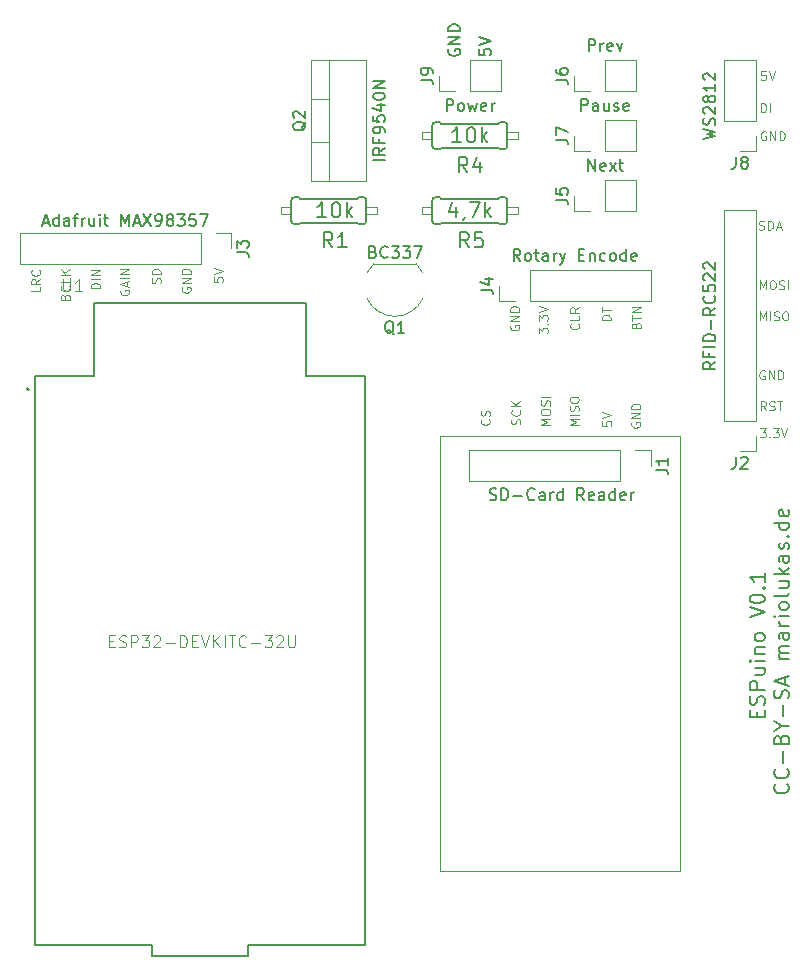
<source format=gbr>
%TF.GenerationSoftware,KiCad,Pcbnew,5.1.5+dfsg1-2build2*%
%TF.CreationDate,2021-02-13T22:52:38+01:00*%
%TF.ProjectId,ESPuino,45535075-696e-46f2-9e6b-696361645f70,rev?*%
%TF.SameCoordinates,Original*%
%TF.FileFunction,Legend,Top*%
%TF.FilePolarity,Positive*%
%FSLAX46Y46*%
G04 Gerber Fmt 4.6, Leading zero omitted, Abs format (unit mm)*
G04 Created by KiCad (PCBNEW 5.1.5+dfsg1-2build2) date 2021-02-13 22:52:38*
%MOMM*%
%LPD*%
G04 APERTURE LIST*
%ADD10C,0.063500*%
%ADD11C,0.150000*%
%ADD12C,0.120000*%
%ADD13C,0.200000*%
%ADD14C,0.127000*%
%ADD15C,0.066040*%
%ADD16C,0.152400*%
%ADD17C,0.015000*%
G04 APERTURE END LIST*
D10*
X146954240Y-53714831D02*
X146917954Y-53787402D01*
X146917954Y-53896260D01*
X146954240Y-54005117D01*
X147026811Y-54077688D01*
X147099382Y-54113974D01*
X147244525Y-54150260D01*
X147353382Y-54150260D01*
X147498525Y-54113974D01*
X147571097Y-54077688D01*
X147643668Y-54005117D01*
X147679954Y-53896260D01*
X147679954Y-53823688D01*
X147643668Y-53714831D01*
X147607382Y-53678545D01*
X147353382Y-53678545D01*
X147353382Y-53823688D01*
X147462240Y-53388260D02*
X147462240Y-53025402D01*
X147679954Y-53460831D02*
X146917954Y-53206831D01*
X147679954Y-52952831D01*
X147679954Y-52698831D02*
X146917954Y-52698831D01*
X147679954Y-52335974D02*
X146917954Y-52335974D01*
X147679954Y-51900545D01*
X146917954Y-51900545D01*
D11*
X200811785Y-89897857D02*
X200811785Y-89474523D01*
X201477023Y-89293095D02*
X201477023Y-89897857D01*
X200207023Y-89897857D01*
X200207023Y-89293095D01*
X201416547Y-88809285D02*
X201477023Y-88627857D01*
X201477023Y-88325476D01*
X201416547Y-88204523D01*
X201356071Y-88144047D01*
X201235119Y-88083571D01*
X201114166Y-88083571D01*
X200993214Y-88144047D01*
X200932738Y-88204523D01*
X200872261Y-88325476D01*
X200811785Y-88567380D01*
X200751309Y-88688333D01*
X200690833Y-88748809D01*
X200569880Y-88809285D01*
X200448928Y-88809285D01*
X200327976Y-88748809D01*
X200267500Y-88688333D01*
X200207023Y-88567380D01*
X200207023Y-88265000D01*
X200267500Y-88083571D01*
X201477023Y-87539285D02*
X200207023Y-87539285D01*
X200207023Y-87055476D01*
X200267500Y-86934523D01*
X200327976Y-86874047D01*
X200448928Y-86813571D01*
X200630357Y-86813571D01*
X200751309Y-86874047D01*
X200811785Y-86934523D01*
X200872261Y-87055476D01*
X200872261Y-87539285D01*
X200630357Y-85725000D02*
X201477023Y-85725000D01*
X200630357Y-86269285D02*
X201295595Y-86269285D01*
X201416547Y-86208809D01*
X201477023Y-86087857D01*
X201477023Y-85906428D01*
X201416547Y-85785476D01*
X201356071Y-85725000D01*
X201477023Y-85120238D02*
X200630357Y-85120238D01*
X200207023Y-85120238D02*
X200267500Y-85180714D01*
X200327976Y-85120238D01*
X200267500Y-85059761D01*
X200207023Y-85120238D01*
X200327976Y-85120238D01*
X200630357Y-84515476D02*
X201477023Y-84515476D01*
X200751309Y-84515476D02*
X200690833Y-84455000D01*
X200630357Y-84334047D01*
X200630357Y-84152619D01*
X200690833Y-84031666D01*
X200811785Y-83971190D01*
X201477023Y-83971190D01*
X201477023Y-83185000D02*
X201416547Y-83305952D01*
X201356071Y-83366428D01*
X201235119Y-83426904D01*
X200872261Y-83426904D01*
X200751309Y-83366428D01*
X200690833Y-83305952D01*
X200630357Y-83185000D01*
X200630357Y-83003571D01*
X200690833Y-82882619D01*
X200751309Y-82822142D01*
X200872261Y-82761666D01*
X201235119Y-82761666D01*
X201356071Y-82822142D01*
X201416547Y-82882619D01*
X201477023Y-83003571D01*
X201477023Y-83185000D01*
X200207023Y-81431190D02*
X201477023Y-81007857D01*
X200207023Y-80584523D01*
X200207023Y-79919285D02*
X200207023Y-79798333D01*
X200267500Y-79677380D01*
X200327976Y-79616904D01*
X200448928Y-79556428D01*
X200690833Y-79495952D01*
X200993214Y-79495952D01*
X201235119Y-79556428D01*
X201356071Y-79616904D01*
X201416547Y-79677380D01*
X201477023Y-79798333D01*
X201477023Y-79919285D01*
X201416547Y-80040238D01*
X201356071Y-80100714D01*
X201235119Y-80161190D01*
X200993214Y-80221666D01*
X200690833Y-80221666D01*
X200448928Y-80161190D01*
X200327976Y-80100714D01*
X200267500Y-80040238D01*
X200207023Y-79919285D01*
X201356071Y-78951666D02*
X201416547Y-78891190D01*
X201477023Y-78951666D01*
X201416547Y-79012142D01*
X201356071Y-78951666D01*
X201477023Y-78951666D01*
X201477023Y-77681666D02*
X201477023Y-78407380D01*
X201477023Y-78044523D02*
X200207023Y-78044523D01*
X200388452Y-78165476D01*
X200509404Y-78286428D01*
X200569880Y-78407380D01*
X203411071Y-95552380D02*
X203471547Y-95612857D01*
X203532023Y-95794285D01*
X203532023Y-95915238D01*
X203471547Y-96096666D01*
X203350595Y-96217619D01*
X203229642Y-96278095D01*
X202987738Y-96338571D01*
X202806309Y-96338571D01*
X202564404Y-96278095D01*
X202443452Y-96217619D01*
X202322500Y-96096666D01*
X202262023Y-95915238D01*
X202262023Y-95794285D01*
X202322500Y-95612857D01*
X202382976Y-95552380D01*
X203411071Y-94282380D02*
X203471547Y-94342857D01*
X203532023Y-94524285D01*
X203532023Y-94645238D01*
X203471547Y-94826666D01*
X203350595Y-94947619D01*
X203229642Y-95008095D01*
X202987738Y-95068571D01*
X202806309Y-95068571D01*
X202564404Y-95008095D01*
X202443452Y-94947619D01*
X202322500Y-94826666D01*
X202262023Y-94645238D01*
X202262023Y-94524285D01*
X202322500Y-94342857D01*
X202382976Y-94282380D01*
X203048214Y-93738095D02*
X203048214Y-92770476D01*
X202866785Y-91742380D02*
X202927261Y-91560952D01*
X202987738Y-91500476D01*
X203108690Y-91440000D01*
X203290119Y-91440000D01*
X203411071Y-91500476D01*
X203471547Y-91560952D01*
X203532023Y-91681904D01*
X203532023Y-92165714D01*
X202262023Y-92165714D01*
X202262023Y-91742380D01*
X202322500Y-91621428D01*
X202382976Y-91560952D01*
X202503928Y-91500476D01*
X202624880Y-91500476D01*
X202745833Y-91560952D01*
X202806309Y-91621428D01*
X202866785Y-91742380D01*
X202866785Y-92165714D01*
X202927261Y-90653809D02*
X203532023Y-90653809D01*
X202262023Y-91077142D02*
X202927261Y-90653809D01*
X202262023Y-90230476D01*
X203048214Y-89807142D02*
X203048214Y-88839523D01*
X203471547Y-88295238D02*
X203532023Y-88113809D01*
X203532023Y-87811428D01*
X203471547Y-87690476D01*
X203411071Y-87630000D01*
X203290119Y-87569523D01*
X203169166Y-87569523D01*
X203048214Y-87630000D01*
X202987738Y-87690476D01*
X202927261Y-87811428D01*
X202866785Y-88053333D01*
X202806309Y-88174285D01*
X202745833Y-88234761D01*
X202624880Y-88295238D01*
X202503928Y-88295238D01*
X202382976Y-88234761D01*
X202322500Y-88174285D01*
X202262023Y-88053333D01*
X202262023Y-87750952D01*
X202322500Y-87569523D01*
X203169166Y-87085714D02*
X203169166Y-86480952D01*
X203532023Y-87206666D02*
X202262023Y-86783333D01*
X203532023Y-86360000D01*
X203532023Y-84969047D02*
X202685357Y-84969047D01*
X202806309Y-84969047D02*
X202745833Y-84908571D01*
X202685357Y-84787619D01*
X202685357Y-84606190D01*
X202745833Y-84485238D01*
X202866785Y-84424761D01*
X203532023Y-84424761D01*
X202866785Y-84424761D02*
X202745833Y-84364285D01*
X202685357Y-84243333D01*
X202685357Y-84061904D01*
X202745833Y-83940952D01*
X202866785Y-83880476D01*
X203532023Y-83880476D01*
X203532023Y-82731428D02*
X202866785Y-82731428D01*
X202745833Y-82791904D01*
X202685357Y-82912857D01*
X202685357Y-83154761D01*
X202745833Y-83275714D01*
X203471547Y-82731428D02*
X203532023Y-82852380D01*
X203532023Y-83154761D01*
X203471547Y-83275714D01*
X203350595Y-83336190D01*
X203229642Y-83336190D01*
X203108690Y-83275714D01*
X203048214Y-83154761D01*
X203048214Y-82852380D01*
X202987738Y-82731428D01*
X203532023Y-82126666D02*
X202685357Y-82126666D01*
X202927261Y-82126666D02*
X202806309Y-82066190D01*
X202745833Y-82005714D01*
X202685357Y-81884761D01*
X202685357Y-81763809D01*
X203532023Y-81340476D02*
X202685357Y-81340476D01*
X202262023Y-81340476D02*
X202322500Y-81400952D01*
X202382976Y-81340476D01*
X202322500Y-81280000D01*
X202262023Y-81340476D01*
X202382976Y-81340476D01*
X203532023Y-80554285D02*
X203471547Y-80675238D01*
X203411071Y-80735714D01*
X203290119Y-80796190D01*
X202927261Y-80796190D01*
X202806309Y-80735714D01*
X202745833Y-80675238D01*
X202685357Y-80554285D01*
X202685357Y-80372857D01*
X202745833Y-80251904D01*
X202806309Y-80191428D01*
X202927261Y-80130952D01*
X203290119Y-80130952D01*
X203411071Y-80191428D01*
X203471547Y-80251904D01*
X203532023Y-80372857D01*
X203532023Y-80554285D01*
X203532023Y-79405238D02*
X203471547Y-79526190D01*
X203350595Y-79586666D01*
X202262023Y-79586666D01*
X202685357Y-78377142D02*
X203532023Y-78377142D01*
X202685357Y-78921428D02*
X203350595Y-78921428D01*
X203471547Y-78860952D01*
X203532023Y-78740000D01*
X203532023Y-78558571D01*
X203471547Y-78437619D01*
X203411071Y-78377142D01*
X203532023Y-77772380D02*
X202262023Y-77772380D01*
X203048214Y-77651428D02*
X203532023Y-77288571D01*
X202685357Y-77288571D02*
X203169166Y-77772380D01*
X203532023Y-76200000D02*
X202866785Y-76200000D01*
X202745833Y-76260476D01*
X202685357Y-76381428D01*
X202685357Y-76623333D01*
X202745833Y-76744285D01*
X203471547Y-76200000D02*
X203532023Y-76320952D01*
X203532023Y-76623333D01*
X203471547Y-76744285D01*
X203350595Y-76804761D01*
X203229642Y-76804761D01*
X203108690Y-76744285D01*
X203048214Y-76623333D01*
X203048214Y-76320952D01*
X202987738Y-76200000D01*
X203471547Y-75655714D02*
X203532023Y-75534761D01*
X203532023Y-75292857D01*
X203471547Y-75171904D01*
X203350595Y-75111428D01*
X203290119Y-75111428D01*
X203169166Y-75171904D01*
X203108690Y-75292857D01*
X203108690Y-75474285D01*
X203048214Y-75595238D01*
X202927261Y-75655714D01*
X202866785Y-75655714D01*
X202745833Y-75595238D01*
X202685357Y-75474285D01*
X202685357Y-75292857D01*
X202745833Y-75171904D01*
X203411071Y-74567142D02*
X203471547Y-74506666D01*
X203532023Y-74567142D01*
X203471547Y-74627619D01*
X203411071Y-74567142D01*
X203532023Y-74567142D01*
X203532023Y-73418095D02*
X202262023Y-73418095D01*
X203471547Y-73418095D02*
X203532023Y-73539047D01*
X203532023Y-73780952D01*
X203471547Y-73901904D01*
X203411071Y-73962380D01*
X203290119Y-74022857D01*
X202927261Y-74022857D01*
X202806309Y-73962380D01*
X202745833Y-73901904D01*
X202685357Y-73780952D01*
X202685357Y-73539047D01*
X202745833Y-73418095D01*
X203471547Y-72329523D02*
X203532023Y-72450476D01*
X203532023Y-72692380D01*
X203471547Y-72813333D01*
X203350595Y-72873809D01*
X202866785Y-72873809D01*
X202745833Y-72813333D01*
X202685357Y-72692380D01*
X202685357Y-72450476D01*
X202745833Y-72329523D01*
X202866785Y-72269047D01*
X202987738Y-72269047D01*
X203108690Y-72873809D01*
D10*
X178148342Y-64653160D02*
X178184628Y-64689445D01*
X178220914Y-64798302D01*
X178220914Y-64870874D01*
X178184628Y-64979731D01*
X178112057Y-65052302D01*
X178039485Y-65088588D01*
X177894342Y-65124874D01*
X177785485Y-65124874D01*
X177640342Y-65088588D01*
X177567771Y-65052302D01*
X177495200Y-64979731D01*
X177458914Y-64870874D01*
X177458914Y-64798302D01*
X177495200Y-64689445D01*
X177531485Y-64653160D01*
X178184628Y-64362874D02*
X178220914Y-64254017D01*
X178220914Y-64072588D01*
X178184628Y-64000017D01*
X178148342Y-63963731D01*
X178075771Y-63927445D01*
X178003200Y-63927445D01*
X177930628Y-63963731D01*
X177894342Y-64000017D01*
X177858057Y-64072588D01*
X177821771Y-64217731D01*
X177785485Y-64290302D01*
X177749200Y-64326588D01*
X177676628Y-64362874D01*
X177604057Y-64362874D01*
X177531485Y-64326588D01*
X177495200Y-64290302D01*
X177458914Y-64217731D01*
X177458914Y-64036302D01*
X177495200Y-63927445D01*
X180767808Y-65084234D02*
X180804094Y-64975377D01*
X180804094Y-64793948D01*
X180767808Y-64721377D01*
X180731522Y-64685091D01*
X180658951Y-64648805D01*
X180586380Y-64648805D01*
X180513808Y-64685091D01*
X180477522Y-64721377D01*
X180441237Y-64793948D01*
X180404951Y-64939091D01*
X180368665Y-65011662D01*
X180332380Y-65047948D01*
X180259808Y-65084234D01*
X180187237Y-65084234D01*
X180114665Y-65047948D01*
X180078380Y-65011662D01*
X180042094Y-64939091D01*
X180042094Y-64757662D01*
X180078380Y-64648805D01*
X180731522Y-63886805D02*
X180767808Y-63923091D01*
X180804094Y-64031948D01*
X180804094Y-64104520D01*
X180767808Y-64213377D01*
X180695237Y-64285948D01*
X180622665Y-64322234D01*
X180477522Y-64358520D01*
X180368665Y-64358520D01*
X180223522Y-64322234D01*
X180150951Y-64285948D01*
X180078380Y-64213377D01*
X180042094Y-64104520D01*
X180042094Y-64031948D01*
X180078380Y-63923091D01*
X180114665Y-63886805D01*
X180804094Y-63560234D02*
X180042094Y-63560234D01*
X180804094Y-63124805D02*
X180368665Y-63451377D01*
X180042094Y-63124805D02*
X180477522Y-63560234D01*
X183308534Y-65121608D02*
X182546534Y-65121608D01*
X183090820Y-64867608D01*
X182546534Y-64613608D01*
X183308534Y-64613608D01*
X182546534Y-64105608D02*
X182546534Y-63960465D01*
X182582820Y-63887894D01*
X182655391Y-63815322D01*
X182800534Y-63779037D01*
X183054534Y-63779037D01*
X183199677Y-63815322D01*
X183272248Y-63887894D01*
X183308534Y-63960465D01*
X183308534Y-64105608D01*
X183272248Y-64178180D01*
X183199677Y-64250751D01*
X183054534Y-64287037D01*
X182800534Y-64287037D01*
X182655391Y-64250751D01*
X182582820Y-64178180D01*
X182546534Y-64105608D01*
X183272248Y-63488751D02*
X183308534Y-63379894D01*
X183308534Y-63198465D01*
X183272248Y-63125894D01*
X183235962Y-63089608D01*
X183163391Y-63053322D01*
X183090820Y-63053322D01*
X183018248Y-63089608D01*
X182981962Y-63125894D01*
X182945677Y-63198465D01*
X182909391Y-63343608D01*
X182873105Y-63416180D01*
X182836820Y-63452465D01*
X182764248Y-63488751D01*
X182691677Y-63488751D01*
X182619105Y-63452465D01*
X182582820Y-63416180D01*
X182546534Y-63343608D01*
X182546534Y-63162180D01*
X182582820Y-63053322D01*
X183308534Y-62726751D02*
X182546534Y-62726751D01*
X185752014Y-65162248D02*
X184990014Y-65162248D01*
X185534300Y-64908248D01*
X184990014Y-64654248D01*
X185752014Y-64654248D01*
X185752014Y-64291391D02*
X184990014Y-64291391D01*
X185715728Y-63964820D02*
X185752014Y-63855962D01*
X185752014Y-63674534D01*
X185715728Y-63601962D01*
X185679442Y-63565677D01*
X185606871Y-63529391D01*
X185534300Y-63529391D01*
X185461728Y-63565677D01*
X185425442Y-63601962D01*
X185389157Y-63674534D01*
X185352871Y-63819677D01*
X185316585Y-63892248D01*
X185280300Y-63928534D01*
X185207728Y-63964820D01*
X185135157Y-63964820D01*
X185062585Y-63928534D01*
X185026300Y-63892248D01*
X184990014Y-63819677D01*
X184990014Y-63638248D01*
X185026300Y-63529391D01*
X184990014Y-63057677D02*
X184990014Y-62912534D01*
X185026300Y-62839962D01*
X185098871Y-62767391D01*
X185244014Y-62731105D01*
X185498014Y-62731105D01*
X185643157Y-62767391D01*
X185715728Y-62839962D01*
X185752014Y-62912534D01*
X185752014Y-63057677D01*
X185715728Y-63130248D01*
X185643157Y-63202820D01*
X185498014Y-63239105D01*
X185244014Y-63239105D01*
X185098871Y-63202820D01*
X185026300Y-63130248D01*
X184990014Y-63057677D01*
X187753534Y-64831322D02*
X187753534Y-65194180D01*
X188116391Y-65230465D01*
X188080105Y-65194180D01*
X188043820Y-65121608D01*
X188043820Y-64940180D01*
X188080105Y-64867608D01*
X188116391Y-64831322D01*
X188188962Y-64795037D01*
X188370391Y-64795037D01*
X188442962Y-64831322D01*
X188479248Y-64867608D01*
X188515534Y-64940180D01*
X188515534Y-65121608D01*
X188479248Y-65194180D01*
X188442962Y-65230465D01*
X187753534Y-64577322D02*
X188515534Y-64323322D01*
X187753534Y-64069322D01*
X190233300Y-64926391D02*
X190197014Y-64998962D01*
X190197014Y-65107820D01*
X190233300Y-65216677D01*
X190305871Y-65289248D01*
X190378442Y-65325534D01*
X190523585Y-65361820D01*
X190632442Y-65361820D01*
X190777585Y-65325534D01*
X190850157Y-65289248D01*
X190922728Y-65216677D01*
X190959014Y-65107820D01*
X190959014Y-65035248D01*
X190922728Y-64926391D01*
X190886442Y-64890105D01*
X190632442Y-64890105D01*
X190632442Y-65035248D01*
X190959014Y-64563534D02*
X190197014Y-64563534D01*
X190959014Y-64128105D01*
X190197014Y-64128105D01*
X190959014Y-63765248D02*
X190197014Y-63765248D01*
X190197014Y-63583820D01*
X190233300Y-63474962D01*
X190305871Y-63402391D01*
X190378442Y-63366105D01*
X190523585Y-63329820D01*
X190632442Y-63329820D01*
X190777585Y-63366105D01*
X190850157Y-63402391D01*
X190922728Y-63474962D01*
X190959014Y-63583820D01*
X190959014Y-63765248D01*
X190577651Y-56692800D02*
X190613937Y-56583942D01*
X190650222Y-56547657D01*
X190722794Y-56511371D01*
X190831651Y-56511371D01*
X190904222Y-56547657D01*
X190940508Y-56583942D01*
X190976794Y-56656514D01*
X190976794Y-56946800D01*
X190214794Y-56946800D01*
X190214794Y-56692800D01*
X190251080Y-56620228D01*
X190287365Y-56583942D01*
X190359937Y-56547657D01*
X190432508Y-56547657D01*
X190505080Y-56583942D01*
X190541365Y-56620228D01*
X190577651Y-56692800D01*
X190577651Y-56946800D01*
X190214794Y-56293657D02*
X190214794Y-55858228D01*
X190976794Y-56075942D02*
X190214794Y-56075942D01*
X190976794Y-55604228D02*
X190214794Y-55604228D01*
X190976794Y-55168800D01*
X190214794Y-55168800D01*
X188446954Y-56247937D02*
X187684954Y-56247937D01*
X187684954Y-56066508D01*
X187721240Y-55957651D01*
X187793811Y-55885080D01*
X187866382Y-55848794D01*
X188011525Y-55812508D01*
X188120382Y-55812508D01*
X188265525Y-55848794D01*
X188338097Y-55885080D01*
X188410668Y-55957651D01*
X188446954Y-56066508D01*
X188446954Y-56247937D01*
X187684954Y-55594794D02*
X187684954Y-55159365D01*
X188446954Y-55377080D02*
X187684954Y-55377080D01*
X185702302Y-56562171D02*
X185738588Y-56598457D01*
X185774874Y-56707314D01*
X185774874Y-56779885D01*
X185738588Y-56888742D01*
X185666017Y-56961314D01*
X185593445Y-56997600D01*
X185448302Y-57033885D01*
X185339445Y-57033885D01*
X185194302Y-56997600D01*
X185121731Y-56961314D01*
X185049160Y-56888742D01*
X185012874Y-56779885D01*
X185012874Y-56707314D01*
X185049160Y-56598457D01*
X185085445Y-56562171D01*
X185774874Y-55872742D02*
X185774874Y-56235600D01*
X185012874Y-56235600D01*
X185774874Y-55183314D02*
X185412017Y-55437314D01*
X185774874Y-55618742D02*
X185012874Y-55618742D01*
X185012874Y-55328457D01*
X185049160Y-55255885D01*
X185085445Y-55219600D01*
X185158017Y-55183314D01*
X185266874Y-55183314D01*
X185339445Y-55219600D01*
X185375731Y-55255885D01*
X185412017Y-55328457D01*
X185412017Y-55618742D01*
X182366194Y-57390937D02*
X182366194Y-56919222D01*
X182656480Y-57173222D01*
X182656480Y-57064365D01*
X182692765Y-56991794D01*
X182729051Y-56955508D01*
X182801622Y-56919222D01*
X182983051Y-56919222D01*
X183055622Y-56955508D01*
X183091908Y-56991794D01*
X183128194Y-57064365D01*
X183128194Y-57282080D01*
X183091908Y-57354651D01*
X183055622Y-57390937D01*
X183055622Y-56592651D02*
X183091908Y-56556365D01*
X183128194Y-56592651D01*
X183091908Y-56628937D01*
X183055622Y-56592651D01*
X183128194Y-56592651D01*
X182366194Y-56302365D02*
X182366194Y-55830651D01*
X182656480Y-56084651D01*
X182656480Y-55975794D01*
X182692765Y-55903222D01*
X182729051Y-55866937D01*
X182801622Y-55830651D01*
X182983051Y-55830651D01*
X183055622Y-55866937D01*
X183091908Y-55903222D01*
X183128194Y-55975794D01*
X183128194Y-56193508D01*
X183091908Y-56266080D01*
X183055622Y-56302365D01*
X182366194Y-55612937D02*
X183128194Y-55358937D01*
X182366194Y-55104937D01*
X179976780Y-56701871D02*
X179940494Y-56774442D01*
X179940494Y-56883300D01*
X179976780Y-56992157D01*
X180049351Y-57064728D01*
X180121922Y-57101014D01*
X180267065Y-57137300D01*
X180375922Y-57137300D01*
X180521065Y-57101014D01*
X180593637Y-57064728D01*
X180666208Y-56992157D01*
X180702494Y-56883300D01*
X180702494Y-56810728D01*
X180666208Y-56701871D01*
X180629922Y-56665585D01*
X180375922Y-56665585D01*
X180375922Y-56810728D01*
X180702494Y-56339014D02*
X179940494Y-56339014D01*
X180702494Y-55903585D01*
X179940494Y-55903585D01*
X180702494Y-55540728D02*
X179940494Y-55540728D01*
X179940494Y-55359300D01*
X179976780Y-55250442D01*
X180049351Y-55177871D01*
X180121922Y-55141585D01*
X180267065Y-55105300D01*
X180375922Y-55105300D01*
X180521065Y-55141585D01*
X180593637Y-55177871D01*
X180666208Y-55250442D01*
X180702494Y-55359300D01*
X180702494Y-55540728D01*
X201588188Y-40309800D02*
X201515617Y-40273514D01*
X201406760Y-40273514D01*
X201297902Y-40309800D01*
X201225331Y-40382371D01*
X201189045Y-40454942D01*
X201152760Y-40600085D01*
X201152760Y-40708942D01*
X201189045Y-40854085D01*
X201225331Y-40926657D01*
X201297902Y-40999228D01*
X201406760Y-41035514D01*
X201479331Y-41035514D01*
X201588188Y-40999228D01*
X201624474Y-40962942D01*
X201624474Y-40708942D01*
X201479331Y-40708942D01*
X201951045Y-41035514D02*
X201951045Y-40273514D01*
X202386474Y-41035514D01*
X202386474Y-40273514D01*
X202749331Y-41035514D02*
X202749331Y-40273514D01*
X202930760Y-40273514D01*
X203039617Y-40309800D01*
X203112188Y-40382371D01*
X203148474Y-40454942D01*
X203184760Y-40600085D01*
X203184760Y-40708942D01*
X203148474Y-40854085D01*
X203112188Y-40926657D01*
X203039617Y-40999228D01*
X202930760Y-41035514D01*
X202749331Y-41035514D01*
X201568957Y-35183354D02*
X201206100Y-35183354D01*
X201169814Y-35546211D01*
X201206100Y-35509925D01*
X201278671Y-35473640D01*
X201460100Y-35473640D01*
X201532671Y-35509925D01*
X201568957Y-35546211D01*
X201605242Y-35618782D01*
X201605242Y-35800211D01*
X201568957Y-35872782D01*
X201532671Y-35909068D01*
X201460100Y-35945354D01*
X201278671Y-35945354D01*
X201206100Y-35909068D01*
X201169814Y-35872782D01*
X201822957Y-35183354D02*
X202076957Y-35945354D01*
X202330957Y-35183354D01*
X201185780Y-38660614D02*
X201185780Y-37898614D01*
X201367208Y-37898614D01*
X201476065Y-37934900D01*
X201548637Y-38007471D01*
X201584922Y-38080042D01*
X201621208Y-38225185D01*
X201621208Y-38334042D01*
X201584922Y-38479185D01*
X201548637Y-38551757D01*
X201476065Y-38624328D01*
X201367208Y-38660614D01*
X201185780Y-38660614D01*
X201947780Y-38660614D02*
X201947780Y-37898614D01*
X154835134Y-52639322D02*
X154835134Y-53002180D01*
X155197991Y-53038465D01*
X155161705Y-53002180D01*
X155125420Y-52929608D01*
X155125420Y-52748180D01*
X155161705Y-52675608D01*
X155197991Y-52639322D01*
X155270562Y-52603037D01*
X155451991Y-52603037D01*
X155524562Y-52639322D01*
X155560848Y-52675608D01*
X155597134Y-52748180D01*
X155597134Y-52929608D01*
X155560848Y-53002180D01*
X155524562Y-53038465D01*
X154835134Y-52385322D02*
X155597134Y-52131322D01*
X154835134Y-51877322D01*
X145216154Y-53568962D02*
X144454154Y-53568962D01*
X144454154Y-53387534D01*
X144490440Y-53278677D01*
X144563011Y-53206105D01*
X144635582Y-53169820D01*
X144780725Y-53133534D01*
X144889582Y-53133534D01*
X145034725Y-53169820D01*
X145107297Y-53206105D01*
X145179868Y-53278677D01*
X145216154Y-53387534D01*
X145216154Y-53568962D01*
X145216154Y-52806962D02*
X144454154Y-52806962D01*
X145216154Y-52444105D02*
X144454154Y-52444105D01*
X145216154Y-52008677D01*
X144454154Y-52008677D01*
X142231291Y-54284880D02*
X142267577Y-54176022D01*
X142303862Y-54139737D01*
X142376434Y-54103451D01*
X142485291Y-54103451D01*
X142557862Y-54139737D01*
X142594148Y-54176022D01*
X142630434Y-54248594D01*
X142630434Y-54538880D01*
X141868434Y-54538880D01*
X141868434Y-54284880D01*
X141904720Y-54212308D01*
X141941005Y-54176022D01*
X142013577Y-54139737D01*
X142086148Y-54139737D01*
X142158720Y-54176022D01*
X142195005Y-54212308D01*
X142231291Y-54284880D01*
X142231291Y-54538880D01*
X142557862Y-53341451D02*
X142594148Y-53377737D01*
X142630434Y-53486594D01*
X142630434Y-53559165D01*
X142594148Y-53668022D01*
X142521577Y-53740594D01*
X142449005Y-53776880D01*
X142303862Y-53813165D01*
X142195005Y-53813165D01*
X142049862Y-53776880D01*
X141977291Y-53740594D01*
X141904720Y-53668022D01*
X141868434Y-53559165D01*
X141868434Y-53486594D01*
X141904720Y-53377737D01*
X141941005Y-53341451D01*
X142630434Y-52652022D02*
X142630434Y-53014880D01*
X141868434Y-53014880D01*
X142630434Y-52398022D02*
X141868434Y-52398022D01*
X142630434Y-51962594D02*
X142195005Y-52289165D01*
X141868434Y-51962594D02*
X142303862Y-52398022D01*
X140148854Y-53469902D02*
X140148854Y-53832760D01*
X139386854Y-53832760D01*
X140148854Y-52780474D02*
X139785997Y-53034474D01*
X140148854Y-53215902D02*
X139386854Y-53215902D01*
X139386854Y-52925617D01*
X139423140Y-52853045D01*
X139459425Y-52816760D01*
X139531997Y-52780474D01*
X139640854Y-52780474D01*
X139713425Y-52816760D01*
X139749711Y-52853045D01*
X139785997Y-52925617D01*
X139785997Y-53215902D01*
X140076282Y-52018474D02*
X140112568Y-52054760D01*
X140148854Y-52163617D01*
X140148854Y-52236188D01*
X140112568Y-52345045D01*
X140039997Y-52417617D01*
X139967425Y-52453902D01*
X139822282Y-52490188D01*
X139713425Y-52490188D01*
X139568282Y-52453902D01*
X139495711Y-52417617D01*
X139423140Y-52345045D01*
X139386854Y-52236188D01*
X139386854Y-52163617D01*
X139423140Y-52054760D01*
X139459425Y-52018474D01*
X150300508Y-53128454D02*
X150336794Y-53019597D01*
X150336794Y-52838168D01*
X150300508Y-52765597D01*
X150264222Y-52729311D01*
X150191651Y-52693025D01*
X150119080Y-52693025D01*
X150046508Y-52729311D01*
X150010222Y-52765597D01*
X149973937Y-52838168D01*
X149937651Y-52983311D01*
X149901365Y-53055882D01*
X149865080Y-53092168D01*
X149792508Y-53128454D01*
X149719937Y-53128454D01*
X149647365Y-53092168D01*
X149611080Y-53055882D01*
X149574794Y-52983311D01*
X149574794Y-52801882D01*
X149611080Y-52693025D01*
X150336794Y-52366454D02*
X149574794Y-52366454D01*
X149574794Y-52185025D01*
X149611080Y-52076168D01*
X149683651Y-52003597D01*
X149756222Y-51967311D01*
X149901365Y-51931025D01*
X150010222Y-51931025D01*
X150155365Y-51967311D01*
X150227937Y-52003597D01*
X150300508Y-52076168D01*
X150336794Y-52185025D01*
X150336794Y-52366454D01*
X152168860Y-53493851D02*
X152132574Y-53566422D01*
X152132574Y-53675280D01*
X152168860Y-53784137D01*
X152241431Y-53856708D01*
X152314002Y-53892994D01*
X152459145Y-53929280D01*
X152568002Y-53929280D01*
X152713145Y-53892994D01*
X152785717Y-53856708D01*
X152858288Y-53784137D01*
X152894574Y-53675280D01*
X152894574Y-53602708D01*
X152858288Y-53493851D01*
X152822002Y-53457565D01*
X152568002Y-53457565D01*
X152568002Y-53602708D01*
X152894574Y-53130994D02*
X152132574Y-53130994D01*
X152894574Y-52695565D01*
X152132574Y-52695565D01*
X152894574Y-52332708D02*
X152132574Y-52332708D01*
X152132574Y-52151280D01*
X152168860Y-52042422D01*
X152241431Y-51969851D01*
X152314002Y-51933565D01*
X152459145Y-51897280D01*
X152568002Y-51897280D01*
X152713145Y-51933565D01*
X152785717Y-51969851D01*
X152858288Y-52042422D01*
X152894574Y-52151280D01*
X152894574Y-52332708D01*
X201117562Y-65432214D02*
X201589277Y-65432214D01*
X201335277Y-65722500D01*
X201444134Y-65722500D01*
X201516705Y-65758785D01*
X201552991Y-65795071D01*
X201589277Y-65867642D01*
X201589277Y-66049071D01*
X201552991Y-66121642D01*
X201516705Y-66157928D01*
X201444134Y-66194214D01*
X201226420Y-66194214D01*
X201153848Y-66157928D01*
X201117562Y-66121642D01*
X201915848Y-66121642D02*
X201952134Y-66157928D01*
X201915848Y-66194214D01*
X201879562Y-66157928D01*
X201915848Y-66121642D01*
X201915848Y-66194214D01*
X202206134Y-65432214D02*
X202677848Y-65432214D01*
X202423848Y-65722500D01*
X202532705Y-65722500D01*
X202605277Y-65758785D01*
X202641562Y-65795071D01*
X202677848Y-65867642D01*
X202677848Y-66049071D01*
X202641562Y-66121642D01*
X202605277Y-66157928D01*
X202532705Y-66194214D01*
X202314991Y-66194214D01*
X202242420Y-66157928D01*
X202206134Y-66121642D01*
X202895562Y-65432214D02*
X203149562Y-66194214D01*
X203403562Y-65432214D01*
X201601614Y-63892974D02*
X201347614Y-63530117D01*
X201166185Y-63892974D02*
X201166185Y-63130974D01*
X201456471Y-63130974D01*
X201529042Y-63167260D01*
X201565328Y-63203545D01*
X201601614Y-63276117D01*
X201601614Y-63384974D01*
X201565328Y-63457545D01*
X201529042Y-63493831D01*
X201456471Y-63530117D01*
X201166185Y-63530117D01*
X201891900Y-63856688D02*
X202000757Y-63892974D01*
X202182185Y-63892974D01*
X202254757Y-63856688D01*
X202291042Y-63820402D01*
X202327328Y-63747831D01*
X202327328Y-63675260D01*
X202291042Y-63602688D01*
X202254757Y-63566402D01*
X202182185Y-63530117D01*
X202037042Y-63493831D01*
X201964471Y-63457545D01*
X201928185Y-63421260D01*
X201891900Y-63348688D01*
X201891900Y-63276117D01*
X201928185Y-63203545D01*
X201964471Y-63167260D01*
X202037042Y-63130974D01*
X202218471Y-63130974D01*
X202327328Y-63167260D01*
X202545042Y-63130974D02*
X202980471Y-63130974D01*
X202762757Y-63892974D02*
X202762757Y-63130974D01*
X201481508Y-60556140D02*
X201408937Y-60519854D01*
X201300080Y-60519854D01*
X201191222Y-60556140D01*
X201118651Y-60628711D01*
X201082365Y-60701282D01*
X201046080Y-60846425D01*
X201046080Y-60955282D01*
X201082365Y-61100425D01*
X201118651Y-61172997D01*
X201191222Y-61245568D01*
X201300080Y-61281854D01*
X201372651Y-61281854D01*
X201481508Y-61245568D01*
X201517794Y-61209282D01*
X201517794Y-60955282D01*
X201372651Y-60955282D01*
X201844365Y-61281854D02*
X201844365Y-60519854D01*
X202279794Y-61281854D01*
X202279794Y-60519854D01*
X202642651Y-61281854D02*
X202642651Y-60519854D01*
X202824080Y-60519854D01*
X202932937Y-60556140D01*
X203005508Y-60628711D01*
X203041794Y-60701282D01*
X203078080Y-60846425D01*
X203078080Y-60955282D01*
X203041794Y-61100425D01*
X203005508Y-61172997D01*
X202932937Y-61245568D01*
X202824080Y-61281854D01*
X202642651Y-61281854D01*
X201065311Y-56288214D02*
X201065311Y-55526214D01*
X201319311Y-56070500D01*
X201573311Y-55526214D01*
X201573311Y-56288214D01*
X201936168Y-56288214D02*
X201936168Y-55526214D01*
X202262740Y-56251928D02*
X202371597Y-56288214D01*
X202553025Y-56288214D01*
X202625597Y-56251928D01*
X202661882Y-56215642D01*
X202698168Y-56143071D01*
X202698168Y-56070500D01*
X202661882Y-55997928D01*
X202625597Y-55961642D01*
X202553025Y-55925357D01*
X202407882Y-55889071D01*
X202335311Y-55852785D01*
X202299025Y-55816500D01*
X202262740Y-55743928D01*
X202262740Y-55671357D01*
X202299025Y-55598785D01*
X202335311Y-55562500D01*
X202407882Y-55526214D01*
X202589311Y-55526214D01*
X202698168Y-55562500D01*
X203169882Y-55526214D02*
X203315025Y-55526214D01*
X203387597Y-55562500D01*
X203460168Y-55635071D01*
X203496454Y-55780214D01*
X203496454Y-56034214D01*
X203460168Y-56179357D01*
X203387597Y-56251928D01*
X203315025Y-56288214D01*
X203169882Y-56288214D01*
X203097311Y-56251928D01*
X203024740Y-56179357D01*
X202988454Y-56034214D01*
X202988454Y-55780214D01*
X203024740Y-55635071D01*
X203097311Y-55562500D01*
X203169882Y-55526214D01*
X201065311Y-53666934D02*
X201065311Y-52904934D01*
X201319311Y-53449220D01*
X201573311Y-52904934D01*
X201573311Y-53666934D01*
X202081311Y-52904934D02*
X202226454Y-52904934D01*
X202299025Y-52941220D01*
X202371597Y-53013791D01*
X202407882Y-53158934D01*
X202407882Y-53412934D01*
X202371597Y-53558077D01*
X202299025Y-53630648D01*
X202226454Y-53666934D01*
X202081311Y-53666934D01*
X202008740Y-53630648D01*
X201936168Y-53558077D01*
X201899882Y-53412934D01*
X201899882Y-53158934D01*
X201936168Y-53013791D01*
X202008740Y-52941220D01*
X202081311Y-52904934D01*
X202698168Y-53630648D02*
X202807025Y-53666934D01*
X202988454Y-53666934D01*
X203061025Y-53630648D01*
X203097311Y-53594362D01*
X203133597Y-53521791D01*
X203133597Y-53449220D01*
X203097311Y-53376648D01*
X203061025Y-53340362D01*
X202988454Y-53304077D01*
X202843311Y-53267791D01*
X202770740Y-53231505D01*
X202734454Y-53195220D01*
X202698168Y-53122648D01*
X202698168Y-53050077D01*
X202734454Y-52977505D01*
X202770740Y-52941220D01*
X202843311Y-52904934D01*
X203024740Y-52904934D01*
X203133597Y-52941220D01*
X203460168Y-53666934D02*
X203460168Y-52904934D01*
X201004714Y-48568428D02*
X201113571Y-48604714D01*
X201295000Y-48604714D01*
X201367571Y-48568428D01*
X201403857Y-48532142D01*
X201440142Y-48459571D01*
X201440142Y-48387000D01*
X201403857Y-48314428D01*
X201367571Y-48278142D01*
X201295000Y-48241857D01*
X201149857Y-48205571D01*
X201077285Y-48169285D01*
X201041000Y-48133000D01*
X201004714Y-48060428D01*
X201004714Y-47987857D01*
X201041000Y-47915285D01*
X201077285Y-47879000D01*
X201149857Y-47842714D01*
X201331285Y-47842714D01*
X201440142Y-47879000D01*
X201766714Y-48604714D02*
X201766714Y-47842714D01*
X201948142Y-47842714D01*
X202057000Y-47879000D01*
X202129571Y-47951571D01*
X202165857Y-48024142D01*
X202202142Y-48169285D01*
X202202142Y-48278142D01*
X202165857Y-48423285D01*
X202129571Y-48495857D01*
X202057000Y-48568428D01*
X201948142Y-48604714D01*
X201766714Y-48604714D01*
X202492428Y-48387000D02*
X202855285Y-48387000D01*
X202419857Y-48604714D02*
X202673857Y-47842714D01*
X202927857Y-48604714D01*
D11*
X174744760Y-33317084D02*
X174697140Y-33412322D01*
X174697140Y-33555180D01*
X174744760Y-33698037D01*
X174839998Y-33793275D01*
X174935236Y-33840894D01*
X175125712Y-33888513D01*
X175268569Y-33888513D01*
X175459045Y-33840894D01*
X175554283Y-33793275D01*
X175649521Y-33698037D01*
X175697140Y-33555180D01*
X175697140Y-33459941D01*
X175649521Y-33317084D01*
X175601902Y-33269465D01*
X175268569Y-33269465D01*
X175268569Y-33459941D01*
X175697140Y-32840894D02*
X174697140Y-32840894D01*
X175697140Y-32269465D01*
X174697140Y-32269465D01*
X175697140Y-31793275D02*
X174697140Y-31793275D01*
X174697140Y-31555180D01*
X174744760Y-31412322D01*
X174839998Y-31317084D01*
X174935236Y-31269465D01*
X175125712Y-31221846D01*
X175268569Y-31221846D01*
X175459045Y-31269465D01*
X175554283Y-31317084D01*
X175649521Y-31412322D01*
X175697140Y-31555180D01*
X175697140Y-31793275D01*
X177308260Y-33322236D02*
X177308260Y-33798426D01*
X177784451Y-33846045D01*
X177736832Y-33798426D01*
X177689213Y-33703188D01*
X177689213Y-33465093D01*
X177736832Y-33369855D01*
X177784451Y-33322236D01*
X177879689Y-33274617D01*
X178117784Y-33274617D01*
X178213022Y-33322236D01*
X178260641Y-33369855D01*
X178308260Y-33465093D01*
X178308260Y-33703188D01*
X178260641Y-33798426D01*
X178213022Y-33846045D01*
X177308260Y-32988902D02*
X178308260Y-32655569D01*
X177308260Y-32322236D01*
D12*
X173990000Y-102870000D02*
X194310000Y-102870000D01*
X194310000Y-66040000D02*
X173990000Y-66040000D01*
X194310000Y-102870000D02*
X194310000Y-66040000D01*
X173990000Y-66040000D02*
X173990000Y-102870000D01*
D13*
%TO.C,U1*%
X139200000Y-62120000D02*
G75*
G03X139200000Y-62120000I-100000J0D01*
G01*
D14*
X139720000Y-60990000D02*
X139720000Y-109190000D01*
X167620000Y-109190000D02*
X167620000Y-60990000D01*
X167620000Y-60990000D02*
X162670000Y-60990000D01*
X144670000Y-60990000D02*
X139720000Y-60990000D01*
X144670000Y-60990000D02*
X144670000Y-54790000D01*
X144670000Y-54790000D02*
X162670000Y-54790000D01*
X162670000Y-54790000D02*
X162670000Y-60990000D01*
X139720000Y-109190000D02*
X149600000Y-109190000D01*
X149600000Y-109190000D02*
X149600000Y-110090000D01*
X149600000Y-110090000D02*
X157730000Y-110090000D01*
X157730000Y-110090000D02*
X157730000Y-109190000D01*
X157730000Y-109190000D02*
X167620000Y-109190000D01*
D12*
%TO.C,J1*%
X191830000Y-67250000D02*
X191830000Y-68580000D01*
X190500000Y-67250000D02*
X191830000Y-67250000D01*
X189230000Y-67250000D02*
X189230000Y-69910000D01*
X189230000Y-69910000D02*
X176470000Y-69910000D01*
X189230000Y-67250000D02*
X176470000Y-67250000D01*
X176470000Y-67250000D02*
X176470000Y-69910000D01*
%TO.C,J9*%
X179130000Y-36890000D02*
X179130000Y-34230000D01*
X176530000Y-36890000D02*
X179130000Y-36890000D01*
X176530000Y-34230000D02*
X179130000Y-34230000D01*
X176530000Y-36890000D02*
X176530000Y-34230000D01*
X175260000Y-36890000D02*
X173930000Y-36890000D01*
X173930000Y-36890000D02*
X173930000Y-35560000D01*
%TO.C,J8*%
X200720000Y-34230000D02*
X198060000Y-34230000D01*
X200720000Y-39370000D02*
X200720000Y-34230000D01*
X198060000Y-39370000D02*
X198060000Y-34230000D01*
X200720000Y-39370000D02*
X198060000Y-39370000D01*
X200720000Y-40640000D02*
X200720000Y-41970000D01*
X200720000Y-41970000D02*
X199390000Y-41970000D01*
%TO.C,J7*%
X190560000Y-41970000D02*
X190560000Y-39310000D01*
X187960000Y-41970000D02*
X190560000Y-41970000D01*
X187960000Y-39310000D02*
X190560000Y-39310000D01*
X187960000Y-41970000D02*
X187960000Y-39310000D01*
X186690000Y-41970000D02*
X185360000Y-41970000D01*
X185360000Y-41970000D02*
X185360000Y-40640000D01*
%TO.C,J6*%
X190560000Y-36890000D02*
X190560000Y-34230000D01*
X187960000Y-36890000D02*
X190560000Y-36890000D01*
X187960000Y-34230000D02*
X190560000Y-34230000D01*
X187960000Y-36890000D02*
X187960000Y-34230000D01*
X186690000Y-36890000D02*
X185360000Y-36890000D01*
X185360000Y-36890000D02*
X185360000Y-35560000D01*
%TO.C,J5*%
X190560000Y-47050000D02*
X190560000Y-44390000D01*
X187960000Y-47050000D02*
X190560000Y-47050000D01*
X187960000Y-44390000D02*
X190560000Y-44390000D01*
X187960000Y-47050000D02*
X187960000Y-44390000D01*
X186690000Y-47050000D02*
X185360000Y-47050000D01*
X185360000Y-47050000D02*
X185360000Y-45720000D01*
%TO.C,J2*%
X200720000Y-46930000D02*
X198060000Y-46930000D01*
X200720000Y-64770000D02*
X200720000Y-46930000D01*
X198060000Y-64770000D02*
X198060000Y-46930000D01*
X200720000Y-64770000D02*
X198060000Y-64770000D01*
X200720000Y-66040000D02*
X200720000Y-67370000D01*
X200720000Y-67370000D02*
X199390000Y-67370000D01*
%TO.C,J3*%
X156336040Y-48855320D02*
X156336040Y-50185320D01*
X155006040Y-48855320D02*
X156336040Y-48855320D01*
X153736040Y-48855320D02*
X153736040Y-51515320D01*
X153736040Y-51515320D02*
X138436040Y-51515320D01*
X153736040Y-48855320D02*
X138436040Y-48855320D01*
X138436040Y-48855320D02*
X138436040Y-51515320D01*
%TO.C,J4*%
X191830000Y-54670000D02*
X191830000Y-52010000D01*
X181610000Y-54670000D02*
X191830000Y-54670000D01*
X181610000Y-52010000D02*
X191830000Y-52010000D01*
X181610000Y-54670000D02*
X181610000Y-52010000D01*
X180340000Y-54670000D02*
X179010000Y-54670000D01*
X179010000Y-54670000D02*
X179010000Y-53340000D01*
D15*
%TO.C,R5*%
X179705000Y-47294800D02*
X180568600Y-47294800D01*
X180568600Y-47294800D02*
X180568600Y-46685200D01*
X179705000Y-46685200D02*
X180568600Y-46685200D01*
X179705000Y-47294800D02*
X179705000Y-46685200D01*
X172491400Y-47294800D02*
X173355000Y-47294800D01*
X173355000Y-47294800D02*
X173355000Y-46685200D01*
X172491400Y-46685200D02*
X173355000Y-46685200D01*
X172491400Y-47294800D02*
X172491400Y-46685200D01*
D16*
X173355000Y-47879000D02*
X173355000Y-46101000D01*
X173609000Y-45847000D02*
X173990000Y-45847000D01*
X174117000Y-45974000D02*
X173990000Y-45847000D01*
X173609000Y-48133000D02*
X173990000Y-48133000D01*
X174117000Y-48006000D02*
X173990000Y-48133000D01*
X178943000Y-45974000D02*
X179070000Y-45847000D01*
X178943000Y-45974000D02*
X174117000Y-45974000D01*
X178943000Y-48006000D02*
X179070000Y-48133000D01*
X178943000Y-48006000D02*
X174117000Y-48006000D01*
X179451000Y-45847000D02*
X179070000Y-45847000D01*
X179451000Y-48133000D02*
X179070000Y-48133000D01*
X179705000Y-47879000D02*
X179705000Y-46101000D01*
X179705000Y-46101000D02*
G75*
G03X179451000Y-45847000I-254000J0D01*
G01*
X179451000Y-48133000D02*
G75*
G03X179705000Y-47879000I0J254000D01*
G01*
X173355000Y-47879000D02*
G75*
G03X173609000Y-48133000I254000J0D01*
G01*
X173609000Y-45847000D02*
G75*
G03X173355000Y-46101000I0J-254000D01*
G01*
D15*
%TO.C,R4*%
X179705000Y-40944800D02*
X180568600Y-40944800D01*
X180568600Y-40944800D02*
X180568600Y-40335200D01*
X179705000Y-40335200D02*
X180568600Y-40335200D01*
X179705000Y-40944800D02*
X179705000Y-40335200D01*
X172491400Y-40944800D02*
X173355000Y-40944800D01*
X173355000Y-40944800D02*
X173355000Y-40335200D01*
X172491400Y-40335200D02*
X173355000Y-40335200D01*
X172491400Y-40944800D02*
X172491400Y-40335200D01*
D16*
X173355000Y-41529000D02*
X173355000Y-39751000D01*
X173609000Y-39497000D02*
X173990000Y-39497000D01*
X174117000Y-39624000D02*
X173990000Y-39497000D01*
X173609000Y-41783000D02*
X173990000Y-41783000D01*
X174117000Y-41656000D02*
X173990000Y-41783000D01*
X178943000Y-39624000D02*
X179070000Y-39497000D01*
X178943000Y-39624000D02*
X174117000Y-39624000D01*
X178943000Y-41656000D02*
X179070000Y-41783000D01*
X178943000Y-41656000D02*
X174117000Y-41656000D01*
X179451000Y-39497000D02*
X179070000Y-39497000D01*
X179451000Y-41783000D02*
X179070000Y-41783000D01*
X179705000Y-41529000D02*
X179705000Y-39751000D01*
X179705000Y-39751000D02*
G75*
G03X179451000Y-39497000I-254000J0D01*
G01*
X179451000Y-41783000D02*
G75*
G03X179705000Y-41529000I0J254000D01*
G01*
X173355000Y-41529000D02*
G75*
G03X173609000Y-41783000I254000J0D01*
G01*
X173609000Y-39497000D02*
G75*
G03X173355000Y-39751000I0J-254000D01*
G01*
D15*
%TO.C,R1*%
X161417000Y-46685200D02*
X160553400Y-46685200D01*
X160553400Y-46685200D02*
X160553400Y-47294800D01*
X161417000Y-47294800D02*
X160553400Y-47294800D01*
X161417000Y-46685200D02*
X161417000Y-47294800D01*
X168630600Y-46685200D02*
X167767000Y-46685200D01*
X167767000Y-46685200D02*
X167767000Y-47294800D01*
X168630600Y-47294800D02*
X167767000Y-47294800D01*
X168630600Y-46685200D02*
X168630600Y-47294800D01*
D16*
X167767000Y-46101000D02*
X167767000Y-47879000D01*
X167513000Y-48133000D02*
X167132000Y-48133000D01*
X167005000Y-48006000D02*
X167132000Y-48133000D01*
X167513000Y-45847000D02*
X167132000Y-45847000D01*
X167005000Y-45974000D02*
X167132000Y-45847000D01*
X162179000Y-48006000D02*
X162052000Y-48133000D01*
X162179000Y-48006000D02*
X167005000Y-48006000D01*
X162179000Y-45974000D02*
X162052000Y-45847000D01*
X162179000Y-45974000D02*
X167005000Y-45974000D01*
X161671000Y-48133000D02*
X162052000Y-48133000D01*
X161671000Y-45847000D02*
X162052000Y-45847000D01*
X161417000Y-46101000D02*
X161417000Y-47879000D01*
X161417000Y-47879000D02*
G75*
G03X161671000Y-48133000I254000J0D01*
G01*
X161671000Y-45847000D02*
G75*
G03X161417000Y-46101000I0J-254000D01*
G01*
X167767000Y-46101000D02*
G75*
G03X167513000Y-45847000I-254000J0D01*
G01*
X167513000Y-48133000D02*
G75*
G03X167767000Y-47879000I0J254000D01*
G01*
D12*
%TO.C,Q2*%
X163100000Y-37519000D02*
X164610000Y-37519000D01*
X163100000Y-41220000D02*
X164610000Y-41220000D01*
X164610000Y-44490000D02*
X164610000Y-34250000D01*
X163100000Y-34250000D02*
X167741000Y-34250000D01*
X163100000Y-44490000D02*
X167741000Y-44490000D01*
X167741000Y-44490000D02*
X167741000Y-34250000D01*
X163100000Y-44490000D02*
X163100000Y-34250000D01*
%TO.C,Q1*%
X171980000Y-51490000D02*
X168380000Y-51490000D01*
X167855816Y-52217205D02*
G75*
G02X168380000Y-51490000I2324184J-1122795D01*
G01*
X167823600Y-54438807D02*
G75*
G03X170180000Y-55940000I2356400J1098807D01*
G01*
X172536400Y-54438807D02*
G75*
G02X170180000Y-55940000I-2356400J1098807D01*
G01*
X172504184Y-52217205D02*
G75*
G03X171980000Y-51490000I-2324184J-1122795D01*
G01*
%TO.C,U1*%
D17*
X142113095Y-52792380D02*
X142113095Y-53601904D01*
X142160714Y-53697142D01*
X142208333Y-53744761D01*
X142303571Y-53792380D01*
X142494047Y-53792380D01*
X142589285Y-53744761D01*
X142636904Y-53697142D01*
X142684523Y-53601904D01*
X142684523Y-52792380D01*
X143684523Y-53792380D02*
X143113095Y-53792380D01*
X143398809Y-53792380D02*
X143398809Y-52792380D01*
X143303571Y-52935238D01*
X143208333Y-53030476D01*
X143113095Y-53078095D01*
X145998277Y-83428531D02*
X146331610Y-83428531D01*
X146474467Y-83952340D02*
X145998277Y-83952340D01*
X145998277Y-82952340D01*
X146474467Y-82952340D01*
X146855420Y-83904721D02*
X146998277Y-83952340D01*
X147236372Y-83952340D01*
X147331610Y-83904721D01*
X147379229Y-83857102D01*
X147426848Y-83761864D01*
X147426848Y-83666626D01*
X147379229Y-83571388D01*
X147331610Y-83523769D01*
X147236372Y-83476150D01*
X147045896Y-83428531D01*
X146950658Y-83380912D01*
X146903039Y-83333293D01*
X146855420Y-83238055D01*
X146855420Y-83142817D01*
X146903039Y-83047579D01*
X146950658Y-82999960D01*
X147045896Y-82952340D01*
X147283991Y-82952340D01*
X147426848Y-82999960D01*
X147855420Y-83952340D02*
X147855420Y-82952340D01*
X148236372Y-82952340D01*
X148331610Y-82999960D01*
X148379229Y-83047579D01*
X148426848Y-83142817D01*
X148426848Y-83285674D01*
X148379229Y-83380912D01*
X148331610Y-83428531D01*
X148236372Y-83476150D01*
X147855420Y-83476150D01*
X148760181Y-82952340D02*
X149379229Y-82952340D01*
X149045896Y-83333293D01*
X149188753Y-83333293D01*
X149283991Y-83380912D01*
X149331610Y-83428531D01*
X149379229Y-83523769D01*
X149379229Y-83761864D01*
X149331610Y-83857102D01*
X149283991Y-83904721D01*
X149188753Y-83952340D01*
X148903039Y-83952340D01*
X148807800Y-83904721D01*
X148760181Y-83857102D01*
X149760181Y-83047579D02*
X149807800Y-82999960D01*
X149903039Y-82952340D01*
X150141134Y-82952340D01*
X150236372Y-82999960D01*
X150283991Y-83047579D01*
X150331610Y-83142817D01*
X150331610Y-83238055D01*
X150283991Y-83380912D01*
X149712562Y-83952340D01*
X150331610Y-83952340D01*
X150760181Y-83571388D02*
X151522086Y-83571388D01*
X151998277Y-83952340D02*
X151998277Y-82952340D01*
X152236372Y-82952340D01*
X152379229Y-82999960D01*
X152474467Y-83095198D01*
X152522086Y-83190436D01*
X152569705Y-83380912D01*
X152569705Y-83523769D01*
X152522086Y-83714245D01*
X152474467Y-83809483D01*
X152379229Y-83904721D01*
X152236372Y-83952340D01*
X151998277Y-83952340D01*
X152998277Y-83428531D02*
X153331610Y-83428531D01*
X153474467Y-83952340D02*
X152998277Y-83952340D01*
X152998277Y-82952340D01*
X153474467Y-82952340D01*
X153760181Y-82952340D02*
X154093515Y-83952340D01*
X154426848Y-82952340D01*
X154760181Y-83952340D02*
X154760181Y-82952340D01*
X155331610Y-83952340D02*
X154903039Y-83380912D01*
X155331610Y-82952340D02*
X154760181Y-83523769D01*
X155760181Y-83952340D02*
X155760181Y-82952340D01*
X156093515Y-82952340D02*
X156664943Y-82952340D01*
X156379229Y-83952340D02*
X156379229Y-82952340D01*
X157569705Y-83857102D02*
X157522086Y-83904721D01*
X157379229Y-83952340D01*
X157283991Y-83952340D01*
X157141134Y-83904721D01*
X157045896Y-83809483D01*
X156998277Y-83714245D01*
X156950658Y-83523769D01*
X156950658Y-83380912D01*
X156998277Y-83190436D01*
X157045896Y-83095198D01*
X157141134Y-82999960D01*
X157283991Y-82952340D01*
X157379229Y-82952340D01*
X157522086Y-82999960D01*
X157569705Y-83047579D01*
X157998277Y-83571388D02*
X158760181Y-83571388D01*
X159141134Y-82952340D02*
X159760181Y-82952340D01*
X159426848Y-83333293D01*
X159569705Y-83333293D01*
X159664943Y-83380912D01*
X159712562Y-83428531D01*
X159760181Y-83523769D01*
X159760181Y-83761864D01*
X159712562Y-83857102D01*
X159664943Y-83904721D01*
X159569705Y-83952340D01*
X159283991Y-83952340D01*
X159188753Y-83904721D01*
X159141134Y-83857102D01*
X160141134Y-83047579D02*
X160188753Y-82999960D01*
X160283991Y-82952340D01*
X160522086Y-82952340D01*
X160617324Y-82999960D01*
X160664943Y-83047579D01*
X160712562Y-83142817D01*
X160712562Y-83238055D01*
X160664943Y-83380912D01*
X160093515Y-83952340D01*
X160712562Y-83952340D01*
X161141134Y-82952340D02*
X161141134Y-83761864D01*
X161188753Y-83857102D01*
X161236372Y-83904721D01*
X161331610Y-83952340D01*
X161522086Y-83952340D01*
X161617324Y-83904721D01*
X161664943Y-83857102D01*
X161712562Y-83761864D01*
X161712562Y-82952340D01*
%TO.C,J1*%
D11*
X192282380Y-68913333D02*
X192996666Y-68913333D01*
X193139523Y-68960952D01*
X193234761Y-69056190D01*
X193282380Y-69199047D01*
X193282380Y-69294285D01*
X193282380Y-67913333D02*
X193282380Y-68484761D01*
X193282380Y-68199047D02*
X192282380Y-68199047D01*
X192425238Y-68294285D01*
X192520476Y-68389523D01*
X192568095Y-68484761D01*
X178192871Y-71456181D02*
X178335728Y-71503800D01*
X178573823Y-71503800D01*
X178669061Y-71456181D01*
X178716680Y-71408562D01*
X178764300Y-71313324D01*
X178764300Y-71218086D01*
X178716680Y-71122848D01*
X178669061Y-71075229D01*
X178573823Y-71027610D01*
X178383347Y-70979991D01*
X178288109Y-70932372D01*
X178240490Y-70884753D01*
X178192871Y-70789515D01*
X178192871Y-70694277D01*
X178240490Y-70599039D01*
X178288109Y-70551420D01*
X178383347Y-70503800D01*
X178621442Y-70503800D01*
X178764300Y-70551420D01*
X179192871Y-71503800D02*
X179192871Y-70503800D01*
X179430966Y-70503800D01*
X179573823Y-70551420D01*
X179669061Y-70646658D01*
X179716680Y-70741896D01*
X179764300Y-70932372D01*
X179764300Y-71075229D01*
X179716680Y-71265705D01*
X179669061Y-71360943D01*
X179573823Y-71456181D01*
X179430966Y-71503800D01*
X179192871Y-71503800D01*
X180192871Y-71122848D02*
X180954776Y-71122848D01*
X182002395Y-71408562D02*
X181954776Y-71456181D01*
X181811919Y-71503800D01*
X181716680Y-71503800D01*
X181573823Y-71456181D01*
X181478585Y-71360943D01*
X181430966Y-71265705D01*
X181383347Y-71075229D01*
X181383347Y-70932372D01*
X181430966Y-70741896D01*
X181478585Y-70646658D01*
X181573823Y-70551420D01*
X181716680Y-70503800D01*
X181811919Y-70503800D01*
X181954776Y-70551420D01*
X182002395Y-70599039D01*
X182859538Y-71503800D02*
X182859538Y-70979991D01*
X182811919Y-70884753D01*
X182716680Y-70837134D01*
X182526204Y-70837134D01*
X182430966Y-70884753D01*
X182859538Y-71456181D02*
X182764300Y-71503800D01*
X182526204Y-71503800D01*
X182430966Y-71456181D01*
X182383347Y-71360943D01*
X182383347Y-71265705D01*
X182430966Y-71170467D01*
X182526204Y-71122848D01*
X182764300Y-71122848D01*
X182859538Y-71075229D01*
X183335728Y-71503800D02*
X183335728Y-70837134D01*
X183335728Y-71027610D02*
X183383347Y-70932372D01*
X183430966Y-70884753D01*
X183526204Y-70837134D01*
X183621442Y-70837134D01*
X184383347Y-71503800D02*
X184383347Y-70503800D01*
X184383347Y-71456181D02*
X184288109Y-71503800D01*
X184097633Y-71503800D01*
X184002395Y-71456181D01*
X183954776Y-71408562D01*
X183907157Y-71313324D01*
X183907157Y-71027610D01*
X183954776Y-70932372D01*
X184002395Y-70884753D01*
X184097633Y-70837134D01*
X184288109Y-70837134D01*
X184383347Y-70884753D01*
X186192871Y-71503800D02*
X185859538Y-71027610D01*
X185621442Y-71503800D02*
X185621442Y-70503800D01*
X186002395Y-70503800D01*
X186097633Y-70551420D01*
X186145252Y-70599039D01*
X186192871Y-70694277D01*
X186192871Y-70837134D01*
X186145252Y-70932372D01*
X186097633Y-70979991D01*
X186002395Y-71027610D01*
X185621442Y-71027610D01*
X187002395Y-71456181D02*
X186907157Y-71503800D01*
X186716680Y-71503800D01*
X186621442Y-71456181D01*
X186573823Y-71360943D01*
X186573823Y-70979991D01*
X186621442Y-70884753D01*
X186716680Y-70837134D01*
X186907157Y-70837134D01*
X187002395Y-70884753D01*
X187050014Y-70979991D01*
X187050014Y-71075229D01*
X186573823Y-71170467D01*
X187907157Y-71503800D02*
X187907157Y-70979991D01*
X187859538Y-70884753D01*
X187764300Y-70837134D01*
X187573823Y-70837134D01*
X187478585Y-70884753D01*
X187907157Y-71456181D02*
X187811919Y-71503800D01*
X187573823Y-71503800D01*
X187478585Y-71456181D01*
X187430966Y-71360943D01*
X187430966Y-71265705D01*
X187478585Y-71170467D01*
X187573823Y-71122848D01*
X187811919Y-71122848D01*
X187907157Y-71075229D01*
X188811919Y-71503800D02*
X188811919Y-70503800D01*
X188811919Y-71456181D02*
X188716680Y-71503800D01*
X188526204Y-71503800D01*
X188430966Y-71456181D01*
X188383347Y-71408562D01*
X188335728Y-71313324D01*
X188335728Y-71027610D01*
X188383347Y-70932372D01*
X188430966Y-70884753D01*
X188526204Y-70837134D01*
X188716680Y-70837134D01*
X188811919Y-70884753D01*
X189669061Y-71456181D02*
X189573823Y-71503800D01*
X189383347Y-71503800D01*
X189288109Y-71456181D01*
X189240490Y-71360943D01*
X189240490Y-70979991D01*
X189288109Y-70884753D01*
X189383347Y-70837134D01*
X189573823Y-70837134D01*
X189669061Y-70884753D01*
X189716680Y-70979991D01*
X189716680Y-71075229D01*
X189240490Y-71170467D01*
X190145252Y-71503800D02*
X190145252Y-70837134D01*
X190145252Y-71027610D02*
X190192871Y-70932372D01*
X190240490Y-70884753D01*
X190335728Y-70837134D01*
X190430966Y-70837134D01*
%TO.C,J9*%
X172382380Y-35893333D02*
X173096666Y-35893333D01*
X173239523Y-35940952D01*
X173334761Y-36036190D01*
X173382380Y-36179047D01*
X173382380Y-36274285D01*
X173382380Y-35369523D02*
X173382380Y-35179047D01*
X173334761Y-35083809D01*
X173287142Y-35036190D01*
X173144285Y-34940952D01*
X172953809Y-34893333D01*
X172572857Y-34893333D01*
X172477619Y-34940952D01*
X172430000Y-34988571D01*
X172382380Y-35083809D01*
X172382380Y-35274285D01*
X172430000Y-35369523D01*
X172477619Y-35417142D01*
X172572857Y-35464761D01*
X172810952Y-35464761D01*
X172906190Y-35417142D01*
X172953809Y-35369523D01*
X173001428Y-35274285D01*
X173001428Y-35083809D01*
X172953809Y-34988571D01*
X172906190Y-34940952D01*
X172810952Y-34893333D01*
X174553809Y-38552380D02*
X174553809Y-37552380D01*
X174934761Y-37552380D01*
X175030000Y-37600000D01*
X175077619Y-37647619D01*
X175125238Y-37742857D01*
X175125238Y-37885714D01*
X175077619Y-37980952D01*
X175030000Y-38028571D01*
X174934761Y-38076190D01*
X174553809Y-38076190D01*
X175696666Y-38552380D02*
X175601428Y-38504761D01*
X175553809Y-38457142D01*
X175506190Y-38361904D01*
X175506190Y-38076190D01*
X175553809Y-37980952D01*
X175601428Y-37933333D01*
X175696666Y-37885714D01*
X175839523Y-37885714D01*
X175934761Y-37933333D01*
X175982380Y-37980952D01*
X176030000Y-38076190D01*
X176030000Y-38361904D01*
X175982380Y-38457142D01*
X175934761Y-38504761D01*
X175839523Y-38552380D01*
X175696666Y-38552380D01*
X176363333Y-37885714D02*
X176553809Y-38552380D01*
X176744285Y-38076190D01*
X176934761Y-38552380D01*
X177125238Y-37885714D01*
X177887142Y-38504761D02*
X177791904Y-38552380D01*
X177601428Y-38552380D01*
X177506190Y-38504761D01*
X177458571Y-38409523D01*
X177458571Y-38028571D01*
X177506190Y-37933333D01*
X177601428Y-37885714D01*
X177791904Y-37885714D01*
X177887142Y-37933333D01*
X177934761Y-38028571D01*
X177934761Y-38123809D01*
X177458571Y-38219047D01*
X178363333Y-38552380D02*
X178363333Y-37885714D01*
X178363333Y-38076190D02*
X178410952Y-37980952D01*
X178458571Y-37933333D01*
X178553809Y-37885714D01*
X178649047Y-37885714D01*
%TO.C,J8*%
X199056666Y-42422380D02*
X199056666Y-43136666D01*
X199009047Y-43279523D01*
X198913809Y-43374761D01*
X198770952Y-43422380D01*
X198675714Y-43422380D01*
X199675714Y-42850952D02*
X199580476Y-42803333D01*
X199532857Y-42755714D01*
X199485238Y-42660476D01*
X199485238Y-42612857D01*
X199532857Y-42517619D01*
X199580476Y-42470000D01*
X199675714Y-42422380D01*
X199866190Y-42422380D01*
X199961428Y-42470000D01*
X200009047Y-42517619D01*
X200056666Y-42612857D01*
X200056666Y-42660476D01*
X200009047Y-42755714D01*
X199961428Y-42803333D01*
X199866190Y-42850952D01*
X199675714Y-42850952D01*
X199580476Y-42898571D01*
X199532857Y-42946190D01*
X199485238Y-43041428D01*
X199485238Y-43231904D01*
X199532857Y-43327142D01*
X199580476Y-43374761D01*
X199675714Y-43422380D01*
X199866190Y-43422380D01*
X199961428Y-43374761D01*
X200009047Y-43327142D01*
X200056666Y-43231904D01*
X200056666Y-43041428D01*
X200009047Y-42946190D01*
X199961428Y-42898571D01*
X199866190Y-42850952D01*
X196302380Y-40909523D02*
X197302380Y-40671428D01*
X196588095Y-40480952D01*
X197302380Y-40290476D01*
X196302380Y-40052380D01*
X197254761Y-39719047D02*
X197302380Y-39576190D01*
X197302380Y-39338095D01*
X197254761Y-39242857D01*
X197207142Y-39195238D01*
X197111904Y-39147619D01*
X197016666Y-39147619D01*
X196921428Y-39195238D01*
X196873809Y-39242857D01*
X196826190Y-39338095D01*
X196778571Y-39528571D01*
X196730952Y-39623809D01*
X196683333Y-39671428D01*
X196588095Y-39719047D01*
X196492857Y-39719047D01*
X196397619Y-39671428D01*
X196350000Y-39623809D01*
X196302380Y-39528571D01*
X196302380Y-39290476D01*
X196350000Y-39147619D01*
X196397619Y-38766666D02*
X196350000Y-38719047D01*
X196302380Y-38623809D01*
X196302380Y-38385714D01*
X196350000Y-38290476D01*
X196397619Y-38242857D01*
X196492857Y-38195238D01*
X196588095Y-38195238D01*
X196730952Y-38242857D01*
X197302380Y-38814285D01*
X197302380Y-38195238D01*
X196730952Y-37623809D02*
X196683333Y-37719047D01*
X196635714Y-37766666D01*
X196540476Y-37814285D01*
X196492857Y-37814285D01*
X196397619Y-37766666D01*
X196350000Y-37719047D01*
X196302380Y-37623809D01*
X196302380Y-37433333D01*
X196350000Y-37338095D01*
X196397619Y-37290476D01*
X196492857Y-37242857D01*
X196540476Y-37242857D01*
X196635714Y-37290476D01*
X196683333Y-37338095D01*
X196730952Y-37433333D01*
X196730952Y-37623809D01*
X196778571Y-37719047D01*
X196826190Y-37766666D01*
X196921428Y-37814285D01*
X197111904Y-37814285D01*
X197207142Y-37766666D01*
X197254761Y-37719047D01*
X197302380Y-37623809D01*
X197302380Y-37433333D01*
X197254761Y-37338095D01*
X197207142Y-37290476D01*
X197111904Y-37242857D01*
X196921428Y-37242857D01*
X196826190Y-37290476D01*
X196778571Y-37338095D01*
X196730952Y-37433333D01*
X197302380Y-36290476D02*
X197302380Y-36861904D01*
X197302380Y-36576190D02*
X196302380Y-36576190D01*
X196445238Y-36671428D01*
X196540476Y-36766666D01*
X196588095Y-36861904D01*
X196397619Y-35909523D02*
X196350000Y-35861904D01*
X196302380Y-35766666D01*
X196302380Y-35528571D01*
X196350000Y-35433333D01*
X196397619Y-35385714D01*
X196492857Y-35338095D01*
X196588095Y-35338095D01*
X196730952Y-35385714D01*
X197302380Y-35957142D01*
X197302380Y-35338095D01*
%TO.C,J7*%
X183812380Y-40973333D02*
X184526666Y-40973333D01*
X184669523Y-41020952D01*
X184764761Y-41116190D01*
X184812380Y-41259047D01*
X184812380Y-41354285D01*
X183812380Y-40592380D02*
X183812380Y-39925714D01*
X184812380Y-40354285D01*
X185960000Y-38552380D02*
X185960000Y-37552380D01*
X186340952Y-37552380D01*
X186436190Y-37600000D01*
X186483809Y-37647619D01*
X186531428Y-37742857D01*
X186531428Y-37885714D01*
X186483809Y-37980952D01*
X186436190Y-38028571D01*
X186340952Y-38076190D01*
X185960000Y-38076190D01*
X187388571Y-38552380D02*
X187388571Y-38028571D01*
X187340952Y-37933333D01*
X187245714Y-37885714D01*
X187055238Y-37885714D01*
X186960000Y-37933333D01*
X187388571Y-38504761D02*
X187293333Y-38552380D01*
X187055238Y-38552380D01*
X186960000Y-38504761D01*
X186912380Y-38409523D01*
X186912380Y-38314285D01*
X186960000Y-38219047D01*
X187055238Y-38171428D01*
X187293333Y-38171428D01*
X187388571Y-38123809D01*
X188293333Y-37885714D02*
X188293333Y-38552380D01*
X187864761Y-37885714D02*
X187864761Y-38409523D01*
X187912380Y-38504761D01*
X188007619Y-38552380D01*
X188150476Y-38552380D01*
X188245714Y-38504761D01*
X188293333Y-38457142D01*
X188721904Y-38504761D02*
X188817142Y-38552380D01*
X189007619Y-38552380D01*
X189102857Y-38504761D01*
X189150476Y-38409523D01*
X189150476Y-38361904D01*
X189102857Y-38266666D01*
X189007619Y-38219047D01*
X188864761Y-38219047D01*
X188769523Y-38171428D01*
X188721904Y-38076190D01*
X188721904Y-38028571D01*
X188769523Y-37933333D01*
X188864761Y-37885714D01*
X189007619Y-37885714D01*
X189102857Y-37933333D01*
X189960000Y-38504761D02*
X189864761Y-38552380D01*
X189674285Y-38552380D01*
X189579047Y-38504761D01*
X189531428Y-38409523D01*
X189531428Y-38028571D01*
X189579047Y-37933333D01*
X189674285Y-37885714D01*
X189864761Y-37885714D01*
X189960000Y-37933333D01*
X190007619Y-38028571D01*
X190007619Y-38123809D01*
X189531428Y-38219047D01*
%TO.C,J6*%
X183812380Y-35893333D02*
X184526666Y-35893333D01*
X184669523Y-35940952D01*
X184764761Y-36036190D01*
X184812380Y-36179047D01*
X184812380Y-36274285D01*
X183812380Y-34988571D02*
X183812380Y-35179047D01*
X183860000Y-35274285D01*
X183907619Y-35321904D01*
X184050476Y-35417142D01*
X184240952Y-35464761D01*
X184621904Y-35464761D01*
X184717142Y-35417142D01*
X184764761Y-35369523D01*
X184812380Y-35274285D01*
X184812380Y-35083809D01*
X184764761Y-34988571D01*
X184717142Y-34940952D01*
X184621904Y-34893333D01*
X184383809Y-34893333D01*
X184288571Y-34940952D01*
X184240952Y-34988571D01*
X184193333Y-35083809D01*
X184193333Y-35274285D01*
X184240952Y-35369523D01*
X184288571Y-35417142D01*
X184383809Y-35464761D01*
X186579047Y-33472380D02*
X186579047Y-32472380D01*
X186960000Y-32472380D01*
X187055238Y-32520000D01*
X187102857Y-32567619D01*
X187150476Y-32662857D01*
X187150476Y-32805714D01*
X187102857Y-32900952D01*
X187055238Y-32948571D01*
X186960000Y-32996190D01*
X186579047Y-32996190D01*
X187579047Y-33472380D02*
X187579047Y-32805714D01*
X187579047Y-32996190D02*
X187626666Y-32900952D01*
X187674285Y-32853333D01*
X187769523Y-32805714D01*
X187864761Y-32805714D01*
X188579047Y-33424761D02*
X188483809Y-33472380D01*
X188293333Y-33472380D01*
X188198095Y-33424761D01*
X188150476Y-33329523D01*
X188150476Y-32948571D01*
X188198095Y-32853333D01*
X188293333Y-32805714D01*
X188483809Y-32805714D01*
X188579047Y-32853333D01*
X188626666Y-32948571D01*
X188626666Y-33043809D01*
X188150476Y-33139047D01*
X188960000Y-32805714D02*
X189198095Y-33472380D01*
X189436190Y-32805714D01*
%TO.C,J5*%
X183812380Y-46053333D02*
X184526666Y-46053333D01*
X184669523Y-46100952D01*
X184764761Y-46196190D01*
X184812380Y-46339047D01*
X184812380Y-46434285D01*
X183812380Y-45100952D02*
X183812380Y-45577142D01*
X184288571Y-45624761D01*
X184240952Y-45577142D01*
X184193333Y-45481904D01*
X184193333Y-45243809D01*
X184240952Y-45148571D01*
X184288571Y-45100952D01*
X184383809Y-45053333D01*
X184621904Y-45053333D01*
X184717142Y-45100952D01*
X184764761Y-45148571D01*
X184812380Y-45243809D01*
X184812380Y-45481904D01*
X184764761Y-45577142D01*
X184717142Y-45624761D01*
X186555238Y-43632380D02*
X186555238Y-42632380D01*
X187126666Y-43632380D01*
X187126666Y-42632380D01*
X187983809Y-43584761D02*
X187888571Y-43632380D01*
X187698095Y-43632380D01*
X187602857Y-43584761D01*
X187555238Y-43489523D01*
X187555238Y-43108571D01*
X187602857Y-43013333D01*
X187698095Y-42965714D01*
X187888571Y-42965714D01*
X187983809Y-43013333D01*
X188031428Y-43108571D01*
X188031428Y-43203809D01*
X187555238Y-43299047D01*
X188364761Y-43632380D02*
X188888571Y-42965714D01*
X188364761Y-42965714D02*
X188888571Y-43632380D01*
X189126666Y-42965714D02*
X189507619Y-42965714D01*
X189269523Y-42632380D02*
X189269523Y-43489523D01*
X189317142Y-43584761D01*
X189412380Y-43632380D01*
X189507619Y-43632380D01*
%TO.C,J2*%
X199056666Y-67822380D02*
X199056666Y-68536666D01*
X199009047Y-68679523D01*
X198913809Y-68774761D01*
X198770952Y-68822380D01*
X198675714Y-68822380D01*
X199485238Y-67917619D02*
X199532857Y-67870000D01*
X199628095Y-67822380D01*
X199866190Y-67822380D01*
X199961428Y-67870000D01*
X200009047Y-67917619D01*
X200056666Y-68012857D01*
X200056666Y-68108095D01*
X200009047Y-68250952D01*
X199437619Y-68822380D01*
X200056666Y-68822380D01*
X197302380Y-59784761D02*
X196826190Y-60118095D01*
X197302380Y-60356190D02*
X196302380Y-60356190D01*
X196302380Y-59975238D01*
X196350000Y-59880000D01*
X196397619Y-59832380D01*
X196492857Y-59784761D01*
X196635714Y-59784761D01*
X196730952Y-59832380D01*
X196778571Y-59880000D01*
X196826190Y-59975238D01*
X196826190Y-60356190D01*
X196778571Y-59022857D02*
X196778571Y-59356190D01*
X197302380Y-59356190D02*
X196302380Y-59356190D01*
X196302380Y-58880000D01*
X197302380Y-58499047D02*
X196302380Y-58499047D01*
X197302380Y-58022857D02*
X196302380Y-58022857D01*
X196302380Y-57784761D01*
X196350000Y-57641904D01*
X196445238Y-57546666D01*
X196540476Y-57499047D01*
X196730952Y-57451428D01*
X196873809Y-57451428D01*
X197064285Y-57499047D01*
X197159523Y-57546666D01*
X197254761Y-57641904D01*
X197302380Y-57784761D01*
X197302380Y-58022857D01*
X196921428Y-57022857D02*
X196921428Y-56260952D01*
X197302380Y-55213333D02*
X196826190Y-55546666D01*
X197302380Y-55784761D02*
X196302380Y-55784761D01*
X196302380Y-55403809D01*
X196350000Y-55308571D01*
X196397619Y-55260952D01*
X196492857Y-55213333D01*
X196635714Y-55213333D01*
X196730952Y-55260952D01*
X196778571Y-55308571D01*
X196826190Y-55403809D01*
X196826190Y-55784761D01*
X197207142Y-54213333D02*
X197254761Y-54260952D01*
X197302380Y-54403809D01*
X197302380Y-54499047D01*
X197254761Y-54641904D01*
X197159523Y-54737142D01*
X197064285Y-54784761D01*
X196873809Y-54832380D01*
X196730952Y-54832380D01*
X196540476Y-54784761D01*
X196445238Y-54737142D01*
X196350000Y-54641904D01*
X196302380Y-54499047D01*
X196302380Y-54403809D01*
X196350000Y-54260952D01*
X196397619Y-54213333D01*
X196302380Y-53308571D02*
X196302380Y-53784761D01*
X196778571Y-53832380D01*
X196730952Y-53784761D01*
X196683333Y-53689523D01*
X196683333Y-53451428D01*
X196730952Y-53356190D01*
X196778571Y-53308571D01*
X196873809Y-53260952D01*
X197111904Y-53260952D01*
X197207142Y-53308571D01*
X197254761Y-53356190D01*
X197302380Y-53451428D01*
X197302380Y-53689523D01*
X197254761Y-53784761D01*
X197207142Y-53832380D01*
X196397619Y-52880000D02*
X196350000Y-52832380D01*
X196302380Y-52737142D01*
X196302380Y-52499047D01*
X196350000Y-52403809D01*
X196397619Y-52356190D01*
X196492857Y-52308571D01*
X196588095Y-52308571D01*
X196730952Y-52356190D01*
X197302380Y-52927619D01*
X197302380Y-52308571D01*
X196397619Y-51927619D02*
X196350000Y-51880000D01*
X196302380Y-51784761D01*
X196302380Y-51546666D01*
X196350000Y-51451428D01*
X196397619Y-51403809D01*
X196492857Y-51356190D01*
X196588095Y-51356190D01*
X196730952Y-51403809D01*
X197302380Y-51975238D01*
X197302380Y-51356190D01*
%TO.C,J3*%
X156788420Y-50518653D02*
X157502706Y-50518653D01*
X157645563Y-50566272D01*
X157740801Y-50661510D01*
X157788420Y-50804367D01*
X157788420Y-50899605D01*
X156788420Y-50137700D02*
X156788420Y-49518653D01*
X157169373Y-49851986D01*
X157169373Y-49709129D01*
X157216992Y-49613891D01*
X157264611Y-49566272D01*
X157359849Y-49518653D01*
X157597944Y-49518653D01*
X157693182Y-49566272D01*
X157740801Y-49613891D01*
X157788420Y-49709129D01*
X157788420Y-49994843D01*
X157740801Y-50090081D01*
X157693182Y-50137700D01*
X140370159Y-47999946D02*
X140846349Y-47999946D01*
X140274920Y-48285660D02*
X140608254Y-47285660D01*
X140941587Y-48285660D01*
X141703492Y-48285660D02*
X141703492Y-47285660D01*
X141703492Y-48238041D02*
X141608254Y-48285660D01*
X141417778Y-48285660D01*
X141322540Y-48238041D01*
X141274920Y-48190422D01*
X141227301Y-48095184D01*
X141227301Y-47809470D01*
X141274920Y-47714232D01*
X141322540Y-47666613D01*
X141417778Y-47618994D01*
X141608254Y-47618994D01*
X141703492Y-47666613D01*
X142608254Y-48285660D02*
X142608254Y-47761851D01*
X142560635Y-47666613D01*
X142465397Y-47618994D01*
X142274920Y-47618994D01*
X142179682Y-47666613D01*
X142608254Y-48238041D02*
X142513016Y-48285660D01*
X142274920Y-48285660D01*
X142179682Y-48238041D01*
X142132063Y-48142803D01*
X142132063Y-48047565D01*
X142179682Y-47952327D01*
X142274920Y-47904708D01*
X142513016Y-47904708D01*
X142608254Y-47857089D01*
X142941587Y-47618994D02*
X143322540Y-47618994D01*
X143084444Y-48285660D02*
X143084444Y-47428518D01*
X143132063Y-47333280D01*
X143227301Y-47285660D01*
X143322540Y-47285660D01*
X143655873Y-48285660D02*
X143655873Y-47618994D01*
X143655873Y-47809470D02*
X143703492Y-47714232D01*
X143751111Y-47666613D01*
X143846349Y-47618994D01*
X143941587Y-47618994D01*
X144703492Y-47618994D02*
X144703492Y-48285660D01*
X144274920Y-47618994D02*
X144274920Y-48142803D01*
X144322540Y-48238041D01*
X144417778Y-48285660D01*
X144560635Y-48285660D01*
X144655873Y-48238041D01*
X144703492Y-48190422D01*
X145179682Y-48285660D02*
X145179682Y-47618994D01*
X145179682Y-47285660D02*
X145132063Y-47333280D01*
X145179682Y-47380899D01*
X145227301Y-47333280D01*
X145179682Y-47285660D01*
X145179682Y-47380899D01*
X145513016Y-47618994D02*
X145893968Y-47618994D01*
X145655873Y-47285660D02*
X145655873Y-48142803D01*
X145703492Y-48238041D01*
X145798730Y-48285660D01*
X145893968Y-48285660D01*
X146989206Y-48285660D02*
X146989206Y-47285660D01*
X147322540Y-47999946D01*
X147655873Y-47285660D01*
X147655873Y-48285660D01*
X148084444Y-47999946D02*
X148560635Y-47999946D01*
X147989206Y-48285660D02*
X148322540Y-47285660D01*
X148655873Y-48285660D01*
X148893968Y-47285660D02*
X149560635Y-48285660D01*
X149560635Y-47285660D02*
X148893968Y-48285660D01*
X149989206Y-48285660D02*
X150179682Y-48285660D01*
X150274920Y-48238041D01*
X150322540Y-48190422D01*
X150417778Y-48047565D01*
X150465397Y-47857089D01*
X150465397Y-47476137D01*
X150417778Y-47380899D01*
X150370159Y-47333280D01*
X150274920Y-47285660D01*
X150084444Y-47285660D01*
X149989206Y-47333280D01*
X149941587Y-47380899D01*
X149893968Y-47476137D01*
X149893968Y-47714232D01*
X149941587Y-47809470D01*
X149989206Y-47857089D01*
X150084444Y-47904708D01*
X150274920Y-47904708D01*
X150370159Y-47857089D01*
X150417778Y-47809470D01*
X150465397Y-47714232D01*
X151036825Y-47714232D02*
X150941587Y-47666613D01*
X150893968Y-47618994D01*
X150846349Y-47523756D01*
X150846349Y-47476137D01*
X150893968Y-47380899D01*
X150941587Y-47333280D01*
X151036825Y-47285660D01*
X151227301Y-47285660D01*
X151322540Y-47333280D01*
X151370159Y-47380899D01*
X151417778Y-47476137D01*
X151417778Y-47523756D01*
X151370159Y-47618994D01*
X151322540Y-47666613D01*
X151227301Y-47714232D01*
X151036825Y-47714232D01*
X150941587Y-47761851D01*
X150893968Y-47809470D01*
X150846349Y-47904708D01*
X150846349Y-48095184D01*
X150893968Y-48190422D01*
X150941587Y-48238041D01*
X151036825Y-48285660D01*
X151227301Y-48285660D01*
X151322540Y-48238041D01*
X151370159Y-48190422D01*
X151417778Y-48095184D01*
X151417778Y-47904708D01*
X151370159Y-47809470D01*
X151322540Y-47761851D01*
X151227301Y-47714232D01*
X151751111Y-47285660D02*
X152370159Y-47285660D01*
X152036825Y-47666613D01*
X152179682Y-47666613D01*
X152274920Y-47714232D01*
X152322540Y-47761851D01*
X152370159Y-47857089D01*
X152370159Y-48095184D01*
X152322540Y-48190422D01*
X152274920Y-48238041D01*
X152179682Y-48285660D01*
X151893968Y-48285660D01*
X151798730Y-48238041D01*
X151751111Y-48190422D01*
X153274920Y-47285660D02*
X152798730Y-47285660D01*
X152751111Y-47761851D01*
X152798730Y-47714232D01*
X152893968Y-47666613D01*
X153132063Y-47666613D01*
X153227301Y-47714232D01*
X153274920Y-47761851D01*
X153322540Y-47857089D01*
X153322540Y-48095184D01*
X153274920Y-48190422D01*
X153227301Y-48238041D01*
X153132063Y-48285660D01*
X152893968Y-48285660D01*
X152798730Y-48238041D01*
X152751111Y-48190422D01*
X153655873Y-47285660D02*
X154322540Y-47285660D01*
X153893968Y-48285660D01*
%TO.C,J4*%
X177462380Y-53673333D02*
X178176666Y-53673333D01*
X178319523Y-53720952D01*
X178414761Y-53816190D01*
X178462380Y-53959047D01*
X178462380Y-54054285D01*
X177795714Y-52768571D02*
X178462380Y-52768571D01*
X177414761Y-53006666D02*
X178129047Y-53244761D01*
X178129047Y-52625714D01*
X180800952Y-51252380D02*
X180467619Y-50776190D01*
X180229523Y-51252380D02*
X180229523Y-50252380D01*
X180610476Y-50252380D01*
X180705714Y-50300000D01*
X180753333Y-50347619D01*
X180800952Y-50442857D01*
X180800952Y-50585714D01*
X180753333Y-50680952D01*
X180705714Y-50728571D01*
X180610476Y-50776190D01*
X180229523Y-50776190D01*
X181372380Y-51252380D02*
X181277142Y-51204761D01*
X181229523Y-51157142D01*
X181181904Y-51061904D01*
X181181904Y-50776190D01*
X181229523Y-50680952D01*
X181277142Y-50633333D01*
X181372380Y-50585714D01*
X181515238Y-50585714D01*
X181610476Y-50633333D01*
X181658095Y-50680952D01*
X181705714Y-50776190D01*
X181705714Y-51061904D01*
X181658095Y-51157142D01*
X181610476Y-51204761D01*
X181515238Y-51252380D01*
X181372380Y-51252380D01*
X181991428Y-50585714D02*
X182372380Y-50585714D01*
X182134285Y-50252380D02*
X182134285Y-51109523D01*
X182181904Y-51204761D01*
X182277142Y-51252380D01*
X182372380Y-51252380D01*
X183134285Y-51252380D02*
X183134285Y-50728571D01*
X183086666Y-50633333D01*
X182991428Y-50585714D01*
X182800952Y-50585714D01*
X182705714Y-50633333D01*
X183134285Y-51204761D02*
X183039047Y-51252380D01*
X182800952Y-51252380D01*
X182705714Y-51204761D01*
X182658095Y-51109523D01*
X182658095Y-51014285D01*
X182705714Y-50919047D01*
X182800952Y-50871428D01*
X183039047Y-50871428D01*
X183134285Y-50823809D01*
X183610476Y-51252380D02*
X183610476Y-50585714D01*
X183610476Y-50776190D02*
X183658095Y-50680952D01*
X183705714Y-50633333D01*
X183800952Y-50585714D01*
X183896190Y-50585714D01*
X184134285Y-50585714D02*
X184372380Y-51252380D01*
X184610476Y-50585714D02*
X184372380Y-51252380D01*
X184277142Y-51490476D01*
X184229523Y-51538095D01*
X184134285Y-51585714D01*
X185753333Y-50728571D02*
X186086666Y-50728571D01*
X186229523Y-51252380D02*
X185753333Y-51252380D01*
X185753333Y-50252380D01*
X186229523Y-50252380D01*
X186658095Y-50585714D02*
X186658095Y-51252380D01*
X186658095Y-50680952D02*
X186705714Y-50633333D01*
X186800952Y-50585714D01*
X186943809Y-50585714D01*
X187039047Y-50633333D01*
X187086666Y-50728571D01*
X187086666Y-51252380D01*
X187991428Y-51204761D02*
X187896190Y-51252380D01*
X187705714Y-51252380D01*
X187610476Y-51204761D01*
X187562857Y-51157142D01*
X187515238Y-51061904D01*
X187515238Y-50776190D01*
X187562857Y-50680952D01*
X187610476Y-50633333D01*
X187705714Y-50585714D01*
X187896190Y-50585714D01*
X187991428Y-50633333D01*
X188562857Y-51252380D02*
X188467619Y-51204761D01*
X188420000Y-51157142D01*
X188372380Y-51061904D01*
X188372380Y-50776190D01*
X188420000Y-50680952D01*
X188467619Y-50633333D01*
X188562857Y-50585714D01*
X188705714Y-50585714D01*
X188800952Y-50633333D01*
X188848571Y-50680952D01*
X188896190Y-50776190D01*
X188896190Y-51061904D01*
X188848571Y-51157142D01*
X188800952Y-51204761D01*
X188705714Y-51252380D01*
X188562857Y-51252380D01*
X189753333Y-51252380D02*
X189753333Y-50252380D01*
X189753333Y-51204761D02*
X189658095Y-51252380D01*
X189467619Y-51252380D01*
X189372380Y-51204761D01*
X189324761Y-51157142D01*
X189277142Y-51061904D01*
X189277142Y-50776190D01*
X189324761Y-50680952D01*
X189372380Y-50633333D01*
X189467619Y-50585714D01*
X189658095Y-50585714D01*
X189753333Y-50633333D01*
X190610476Y-51204761D02*
X190515238Y-51252380D01*
X190324761Y-51252380D01*
X190229523Y-51204761D01*
X190181904Y-51109523D01*
X190181904Y-50728571D01*
X190229523Y-50633333D01*
X190324761Y-50585714D01*
X190515238Y-50585714D01*
X190610476Y-50633333D01*
X190658095Y-50728571D01*
X190658095Y-50823809D01*
X190181904Y-50919047D01*
%TO.C,R5*%
D14*
X176445333Y-50104523D02*
X176022000Y-49499761D01*
X175719619Y-50104523D02*
X175719619Y-48834523D01*
X176203428Y-48834523D01*
X176324380Y-48895000D01*
X176384857Y-48955476D01*
X176445333Y-49076428D01*
X176445333Y-49257857D01*
X176384857Y-49378809D01*
X176324380Y-49439285D01*
X176203428Y-49499761D01*
X175719619Y-49499761D01*
X177594380Y-48834523D02*
X176989619Y-48834523D01*
X176929142Y-49439285D01*
X176989619Y-49378809D01*
X177110571Y-49318333D01*
X177412952Y-49318333D01*
X177533904Y-49378809D01*
X177594380Y-49439285D01*
X177654857Y-49560238D01*
X177654857Y-49862619D01*
X177594380Y-49983571D01*
X177533904Y-50044047D01*
X177412952Y-50104523D01*
X177110571Y-50104523D01*
X176989619Y-50044047D01*
X176929142Y-49983571D01*
X175350714Y-46717857D02*
X175350714Y-47564523D01*
X175048333Y-46234047D02*
X174745952Y-47141190D01*
X175532142Y-47141190D01*
X176076428Y-47504047D02*
X176076428Y-47564523D01*
X176015952Y-47685476D01*
X175955476Y-47745952D01*
X176499761Y-46294523D02*
X177346428Y-46294523D01*
X176802142Y-47564523D01*
X177830238Y-47564523D02*
X177830238Y-46294523D01*
X177951190Y-47080714D02*
X178314047Y-47564523D01*
X178314047Y-46717857D02*
X177830238Y-47201666D01*
%TO.C,R4*%
X176318333Y-43754523D02*
X175895000Y-43149761D01*
X175592619Y-43754523D02*
X175592619Y-42484523D01*
X176076428Y-42484523D01*
X176197380Y-42545000D01*
X176257857Y-42605476D01*
X176318333Y-42726428D01*
X176318333Y-42907857D01*
X176257857Y-43028809D01*
X176197380Y-43089285D01*
X176076428Y-43149761D01*
X175592619Y-43149761D01*
X177406904Y-42907857D02*
X177406904Y-43754523D01*
X177104523Y-42424047D02*
X176802142Y-43331190D01*
X177588333Y-43331190D01*
X175774047Y-41214523D02*
X175048333Y-41214523D01*
X175411190Y-41214523D02*
X175411190Y-39944523D01*
X175290238Y-40125952D01*
X175169285Y-40246904D01*
X175048333Y-40307380D01*
X176560238Y-39944523D02*
X176681190Y-39944523D01*
X176802142Y-40005000D01*
X176862619Y-40065476D01*
X176923095Y-40186428D01*
X176983571Y-40428333D01*
X176983571Y-40730714D01*
X176923095Y-40972619D01*
X176862619Y-41093571D01*
X176802142Y-41154047D01*
X176681190Y-41214523D01*
X176560238Y-41214523D01*
X176439285Y-41154047D01*
X176378809Y-41093571D01*
X176318333Y-40972619D01*
X176257857Y-40730714D01*
X176257857Y-40428333D01*
X176318333Y-40186428D01*
X176378809Y-40065476D01*
X176439285Y-40005000D01*
X176560238Y-39944523D01*
X177527857Y-41214523D02*
X177527857Y-39944523D01*
X177648809Y-40730714D02*
X178011666Y-41214523D01*
X178011666Y-40367857D02*
X177527857Y-40851666D01*
%TO.C,R1*%
X164888333Y-50104523D02*
X164465000Y-49499761D01*
X164162619Y-50104523D02*
X164162619Y-48834523D01*
X164646428Y-48834523D01*
X164767380Y-48895000D01*
X164827857Y-48955476D01*
X164888333Y-49076428D01*
X164888333Y-49257857D01*
X164827857Y-49378809D01*
X164767380Y-49439285D01*
X164646428Y-49499761D01*
X164162619Y-49499761D01*
X166097857Y-50104523D02*
X165372142Y-50104523D01*
X165735000Y-50104523D02*
X165735000Y-48834523D01*
X165614047Y-49015952D01*
X165493095Y-49136904D01*
X165372142Y-49197380D01*
X164344047Y-47564523D02*
X163618333Y-47564523D01*
X163981190Y-47564523D02*
X163981190Y-46294523D01*
X163860238Y-46475952D01*
X163739285Y-46596904D01*
X163618333Y-46657380D01*
X165130238Y-46294523D02*
X165251190Y-46294523D01*
X165372142Y-46355000D01*
X165432619Y-46415476D01*
X165493095Y-46536428D01*
X165553571Y-46778333D01*
X165553571Y-47080714D01*
X165493095Y-47322619D01*
X165432619Y-47443571D01*
X165372142Y-47504047D01*
X165251190Y-47564523D01*
X165130238Y-47564523D01*
X165009285Y-47504047D01*
X164948809Y-47443571D01*
X164888333Y-47322619D01*
X164827857Y-47080714D01*
X164827857Y-46778333D01*
X164888333Y-46536428D01*
X164948809Y-46415476D01*
X165009285Y-46355000D01*
X165130238Y-46294523D01*
X166097857Y-47564523D02*
X166097857Y-46294523D01*
X166218809Y-47080714D02*
X166581666Y-47564523D01*
X166581666Y-46717857D02*
X166097857Y-47201666D01*
%TO.C,Q2*%
D11*
X162647619Y-39465238D02*
X162600000Y-39560476D01*
X162504761Y-39655714D01*
X162361904Y-39798571D01*
X162314285Y-39893809D01*
X162314285Y-39989047D01*
X162552380Y-39941428D02*
X162504761Y-40036666D01*
X162409523Y-40131904D01*
X162219047Y-40179523D01*
X161885714Y-40179523D01*
X161695238Y-40131904D01*
X161600000Y-40036666D01*
X161552380Y-39941428D01*
X161552380Y-39750952D01*
X161600000Y-39655714D01*
X161695238Y-39560476D01*
X161885714Y-39512857D01*
X162219047Y-39512857D01*
X162409523Y-39560476D01*
X162504761Y-39655714D01*
X162552380Y-39750952D01*
X162552380Y-39941428D01*
X161647619Y-39131904D02*
X161600000Y-39084285D01*
X161552380Y-38989047D01*
X161552380Y-38750952D01*
X161600000Y-38655714D01*
X161647619Y-38608095D01*
X161742857Y-38560476D01*
X161838095Y-38560476D01*
X161980952Y-38608095D01*
X162552380Y-39179523D01*
X162552380Y-38560476D01*
X169322380Y-42727142D02*
X168322380Y-42727142D01*
X169322380Y-41679523D02*
X168846190Y-42012857D01*
X169322380Y-42250952D02*
X168322380Y-42250952D01*
X168322380Y-41870000D01*
X168370000Y-41774761D01*
X168417619Y-41727142D01*
X168512857Y-41679523D01*
X168655714Y-41679523D01*
X168750952Y-41727142D01*
X168798571Y-41774761D01*
X168846190Y-41870000D01*
X168846190Y-42250952D01*
X168798571Y-40917619D02*
X168798571Y-41250952D01*
X169322380Y-41250952D02*
X168322380Y-41250952D01*
X168322380Y-40774761D01*
X169322380Y-40346190D02*
X169322380Y-40155714D01*
X169274761Y-40060476D01*
X169227142Y-40012857D01*
X169084285Y-39917619D01*
X168893809Y-39870000D01*
X168512857Y-39870000D01*
X168417619Y-39917619D01*
X168370000Y-39965238D01*
X168322380Y-40060476D01*
X168322380Y-40250952D01*
X168370000Y-40346190D01*
X168417619Y-40393809D01*
X168512857Y-40441428D01*
X168750952Y-40441428D01*
X168846190Y-40393809D01*
X168893809Y-40346190D01*
X168941428Y-40250952D01*
X168941428Y-40060476D01*
X168893809Y-39965238D01*
X168846190Y-39917619D01*
X168750952Y-39870000D01*
X168322380Y-38965238D02*
X168322380Y-39441428D01*
X168798571Y-39489047D01*
X168750952Y-39441428D01*
X168703333Y-39346190D01*
X168703333Y-39108095D01*
X168750952Y-39012857D01*
X168798571Y-38965238D01*
X168893809Y-38917619D01*
X169131904Y-38917619D01*
X169227142Y-38965238D01*
X169274761Y-39012857D01*
X169322380Y-39108095D01*
X169322380Y-39346190D01*
X169274761Y-39441428D01*
X169227142Y-39489047D01*
X168655714Y-38060476D02*
X169322380Y-38060476D01*
X168274761Y-38298571D02*
X168989047Y-38536666D01*
X168989047Y-37917619D01*
X168322380Y-37346190D02*
X168322380Y-37250952D01*
X168370000Y-37155714D01*
X168417619Y-37108095D01*
X168512857Y-37060476D01*
X168703333Y-37012857D01*
X168941428Y-37012857D01*
X169131904Y-37060476D01*
X169227142Y-37108095D01*
X169274761Y-37155714D01*
X169322380Y-37250952D01*
X169322380Y-37346190D01*
X169274761Y-37441428D01*
X169227142Y-37489047D01*
X169131904Y-37536666D01*
X168941428Y-37584285D01*
X168703333Y-37584285D01*
X168512857Y-37536666D01*
X168417619Y-37489047D01*
X168370000Y-37441428D01*
X168322380Y-37346190D01*
X169322380Y-36584285D02*
X168322380Y-36584285D01*
X169322380Y-36012857D01*
X168322380Y-36012857D01*
%TO.C,Q1*%
X170084761Y-57447619D02*
X169989523Y-57400000D01*
X169894285Y-57304761D01*
X169751428Y-57161904D01*
X169656190Y-57114285D01*
X169560952Y-57114285D01*
X169608571Y-57352380D02*
X169513333Y-57304761D01*
X169418095Y-57209523D01*
X169370476Y-57019047D01*
X169370476Y-56685714D01*
X169418095Y-56495238D01*
X169513333Y-56400000D01*
X169608571Y-56352380D01*
X169799047Y-56352380D01*
X169894285Y-56400000D01*
X169989523Y-56495238D01*
X170037142Y-56685714D01*
X170037142Y-57019047D01*
X169989523Y-57209523D01*
X169894285Y-57304761D01*
X169799047Y-57352380D01*
X169608571Y-57352380D01*
X170989523Y-57352380D02*
X170418095Y-57352380D01*
X170703809Y-57352380D02*
X170703809Y-56352380D01*
X170608571Y-56495238D01*
X170513333Y-56590476D01*
X170418095Y-56638095D01*
X168322857Y-50478571D02*
X168465714Y-50526190D01*
X168513333Y-50573809D01*
X168560952Y-50669047D01*
X168560952Y-50811904D01*
X168513333Y-50907142D01*
X168465714Y-50954761D01*
X168370476Y-51002380D01*
X167989523Y-51002380D01*
X167989523Y-50002380D01*
X168322857Y-50002380D01*
X168418095Y-50050000D01*
X168465714Y-50097619D01*
X168513333Y-50192857D01*
X168513333Y-50288095D01*
X168465714Y-50383333D01*
X168418095Y-50430952D01*
X168322857Y-50478571D01*
X167989523Y-50478571D01*
X169560952Y-50907142D02*
X169513333Y-50954761D01*
X169370476Y-51002380D01*
X169275238Y-51002380D01*
X169132380Y-50954761D01*
X169037142Y-50859523D01*
X168989523Y-50764285D01*
X168941904Y-50573809D01*
X168941904Y-50430952D01*
X168989523Y-50240476D01*
X169037142Y-50145238D01*
X169132380Y-50050000D01*
X169275238Y-50002380D01*
X169370476Y-50002380D01*
X169513333Y-50050000D01*
X169560952Y-50097619D01*
X169894285Y-50002380D02*
X170513333Y-50002380D01*
X170180000Y-50383333D01*
X170322857Y-50383333D01*
X170418095Y-50430952D01*
X170465714Y-50478571D01*
X170513333Y-50573809D01*
X170513333Y-50811904D01*
X170465714Y-50907142D01*
X170418095Y-50954761D01*
X170322857Y-51002380D01*
X170037142Y-51002380D01*
X169941904Y-50954761D01*
X169894285Y-50907142D01*
X170846666Y-50002380D02*
X171465714Y-50002380D01*
X171132380Y-50383333D01*
X171275238Y-50383333D01*
X171370476Y-50430952D01*
X171418095Y-50478571D01*
X171465714Y-50573809D01*
X171465714Y-50811904D01*
X171418095Y-50907142D01*
X171370476Y-50954761D01*
X171275238Y-51002380D01*
X170989523Y-51002380D01*
X170894285Y-50954761D01*
X170846666Y-50907142D01*
X171799047Y-50002380D02*
X172465714Y-50002380D01*
X172037142Y-51002380D01*
%TD*%
M02*

</source>
